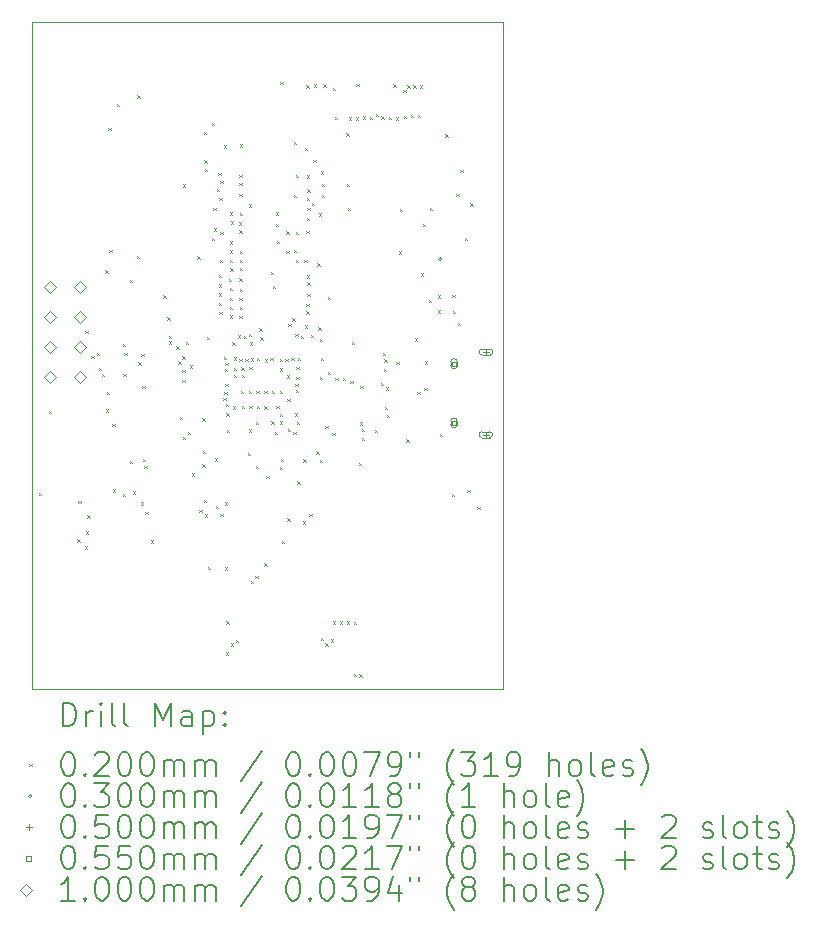
<source format=gbr>
%TF.GenerationSoftware,KiCad,Pcbnew,9.0.1*%
%TF.CreationDate,2025-06-03T13:31:58-07:00*%
%TF.ProjectId,mp153-devboard,6d703135-332d-4646-9576-626f6172642e,rev?*%
%TF.SameCoordinates,PXb487a00PY650eff0*%
%TF.FileFunction,Drillmap*%
%TF.FilePolarity,Positive*%
%FSLAX45Y45*%
G04 Gerber Fmt 4.5, Leading zero omitted, Abs format (unit mm)*
G04 Created by KiCad (PCBNEW 9.0.1) date 2025-06-03 13:31:58*
%MOMM*%
%LPD*%
G01*
G04 APERTURE LIST*
%ADD10C,0.050000*%
%ADD11C,0.200000*%
%ADD12C,0.100000*%
G04 APERTURE END LIST*
D10*
X0Y5644920D02*
X3990340Y5644920D01*
X3990340Y0D01*
X0Y0D01*
X0Y5644920D01*
D11*
D12*
X58080Y1660760D02*
X78080Y1640760D01*
X78080Y1660760D02*
X58080Y1640760D01*
X141080Y2356760D02*
X161080Y2336760D01*
X161080Y2356760D02*
X141080Y2336760D01*
X384080Y1268760D02*
X404080Y1248760D01*
X404080Y1268760D02*
X384080Y1248760D01*
X390080Y1595760D02*
X410080Y1575760D01*
X410080Y1595760D02*
X390080Y1575760D01*
X447080Y1209760D02*
X467080Y1189760D01*
X467080Y1209760D02*
X447080Y1189760D01*
X452080Y3033760D02*
X472080Y3013760D01*
X472080Y3033760D02*
X452080Y3013760D01*
X455080Y1337760D02*
X475080Y1317760D01*
X475080Y1337760D02*
X455080Y1317760D01*
X467080Y1471760D02*
X487080Y1451760D01*
X487080Y1471760D02*
X467080Y1451760D01*
X502383Y2823335D02*
X522383Y2803335D01*
X522383Y2823335D02*
X502383Y2803335D01*
X547478Y2847158D02*
X567478Y2827158D01*
X567478Y2847158D02*
X547478Y2827158D01*
X564080Y2722760D02*
X584080Y2702760D01*
X584080Y2722760D02*
X564080Y2702760D01*
X589080Y2667760D02*
X609080Y2647760D01*
X609080Y2667760D02*
X589080Y2647760D01*
X620080Y3546760D02*
X640080Y3526760D01*
X640080Y3546760D02*
X620080Y3526760D01*
X625080Y2369760D02*
X645080Y2349760D01*
X645080Y2369760D02*
X625080Y2349760D01*
X635080Y2516760D02*
X655080Y2496760D01*
X655080Y2516760D02*
X635080Y2496760D01*
X646080Y4751760D02*
X666080Y4731760D01*
X666080Y4751760D02*
X646080Y4731760D01*
X654080Y3719760D02*
X674080Y3699760D01*
X674080Y3719760D02*
X654080Y3699760D01*
X678080Y2244760D02*
X698080Y2224760D01*
X698080Y2244760D02*
X678080Y2224760D01*
X684080Y1691760D02*
X704080Y1671760D01*
X704080Y1691760D02*
X684080Y1671760D01*
X716080Y4958760D02*
X736080Y4938760D01*
X736080Y4958760D02*
X716080Y4938760D01*
X766080Y1655760D02*
X786080Y1635760D01*
X786080Y1655760D02*
X766080Y1635760D01*
X769080Y2925760D02*
X789080Y2905760D01*
X789080Y2925760D02*
X769080Y2905760D01*
X773628Y2671531D02*
X793628Y2651531D01*
X793628Y2671531D02*
X773628Y2651531D01*
X781580Y2847760D02*
X801580Y2827760D01*
X801580Y2847760D02*
X781580Y2827760D01*
X825080Y3463760D02*
X845080Y3443760D01*
X845080Y3463760D02*
X825080Y3443760D01*
X830080Y1934710D02*
X850080Y1914710D01*
X850080Y1934710D02*
X830080Y1914710D01*
X850730Y1676760D02*
X870730Y1656760D01*
X870730Y1676760D02*
X850730Y1656760D01*
X888765Y3671760D02*
X908765Y3651760D01*
X908765Y3671760D02*
X888765Y3651760D01*
X890080Y5027760D02*
X910080Y5007760D01*
X910080Y5027760D02*
X890080Y5007760D01*
X899580Y2766760D02*
X919580Y2746760D01*
X919580Y2766760D02*
X899580Y2746760D01*
X919580Y1583260D02*
X939580Y1563260D01*
X939580Y1583260D02*
X919580Y1563260D01*
X923530Y2840760D02*
X943530Y2820760D01*
X943530Y2840760D02*
X923530Y2820760D01*
X932580Y2570760D02*
X952580Y2550760D01*
X952580Y2570760D02*
X932580Y2550760D01*
X940030Y1948760D02*
X960030Y1928760D01*
X960030Y1948760D02*
X940030Y1928760D01*
X948862Y1892710D02*
X968862Y1872710D01*
X968862Y1892710D02*
X948862Y1872710D01*
X959080Y1499760D02*
X979080Y1479760D01*
X979080Y1499760D02*
X959080Y1479760D01*
X1002765Y1261760D02*
X1022765Y1241760D01*
X1022765Y1261760D02*
X1002765Y1241760D01*
X1112580Y3334760D02*
X1132580Y3314760D01*
X1132580Y3334760D02*
X1112580Y3314760D01*
X1145630Y3147344D02*
X1165630Y3127344D01*
X1165630Y3147344D02*
X1145630Y3127344D01*
X1157343Y2945211D02*
X1177343Y2925211D01*
X1177343Y2945211D02*
X1157343Y2925211D01*
X1158080Y2990760D02*
X1178080Y2970760D01*
X1178080Y2990760D02*
X1158080Y2970760D01*
X1220080Y2901760D02*
X1240080Y2881760D01*
X1240080Y2901760D02*
X1220080Y2881760D01*
X1239080Y2775760D02*
X1259080Y2755760D01*
X1259080Y2775760D02*
X1239080Y2755760D01*
X1250080Y2304760D02*
X1270080Y2284760D01*
X1270080Y2304760D02*
X1250080Y2284760D01*
X1271045Y2703220D02*
X1291045Y2683220D01*
X1291045Y2703220D02*
X1271045Y2683220D01*
X1271080Y2619760D02*
X1291080Y2599760D01*
X1291080Y2619760D02*
X1271080Y2599760D01*
X1273080Y2818760D02*
X1293080Y2798760D01*
X1293080Y2818760D02*
X1273080Y2798760D01*
X1275080Y2134760D02*
X1295080Y2114760D01*
X1295080Y2134760D02*
X1275080Y2114760D01*
X1276080Y4275760D02*
X1296080Y4255760D01*
X1296080Y4275760D02*
X1276080Y4255760D01*
X1302330Y2940531D02*
X1322330Y2920531D01*
X1322330Y2940531D02*
X1302330Y2920531D01*
X1319080Y2178760D02*
X1339080Y2158760D01*
X1339080Y2178760D02*
X1319080Y2158760D01*
X1335080Y2742082D02*
X1355080Y2722082D01*
X1355080Y2742082D02*
X1335080Y2722082D01*
X1353080Y1826760D02*
X1373080Y1806760D01*
X1373080Y1826760D02*
X1353080Y1806760D01*
X1398980Y3664282D02*
X1418980Y3644282D01*
X1418980Y3664282D02*
X1398980Y3644282D01*
X1417080Y1517760D02*
X1437080Y1497760D01*
X1437080Y1517760D02*
X1417080Y1497760D01*
X1439880Y2292681D02*
X1459880Y2272681D01*
X1459880Y2292681D02*
X1439880Y2272681D01*
X1441000Y1905000D02*
X1461000Y1885000D01*
X1461000Y1905000D02*
X1441000Y1885000D01*
X1445080Y2018760D02*
X1465080Y1998760D01*
X1465080Y2018760D02*
X1445080Y1998760D01*
X1453080Y4719760D02*
X1473080Y4699760D01*
X1473080Y4719760D02*
X1453080Y4699760D01*
X1456630Y1602429D02*
X1476630Y1582429D01*
X1476630Y1602429D02*
X1456630Y1582429D01*
X1457080Y4478082D02*
X1477080Y4458082D01*
X1477080Y4478082D02*
X1457080Y4458082D01*
X1463080Y1479760D02*
X1483080Y1459760D01*
X1483080Y1479760D02*
X1463080Y1459760D01*
X1465080Y4406082D02*
X1485080Y4386082D01*
X1485080Y4406082D02*
X1465080Y4386082D01*
X1476694Y2981590D02*
X1496694Y2961590D01*
X1496694Y2981590D02*
X1476694Y2961590D01*
X1489080Y1035760D02*
X1509080Y1015760D01*
X1509080Y1035760D02*
X1489080Y1015760D01*
X1519478Y3823152D02*
X1539478Y3803152D01*
X1539478Y3823152D02*
X1519478Y3803152D01*
X1522080Y4794760D02*
X1542080Y4774760D01*
X1542080Y4794760D02*
X1522080Y4774760D01*
X1535480Y4074612D02*
X1555480Y4054612D01*
X1555480Y4074612D02*
X1535480Y4054612D01*
X1539080Y3902082D02*
X1559080Y3882082D01*
X1559080Y3902082D02*
X1539080Y3882082D01*
X1546080Y1954760D02*
X1566080Y1934760D01*
X1566080Y1954760D02*
X1546080Y1934760D01*
X1554080Y1553760D02*
X1574080Y1533760D01*
X1574080Y1553760D02*
X1554080Y1533760D01*
X1566356Y4236096D02*
X1586356Y4216096D01*
X1586356Y4236096D02*
X1566356Y4216096D01*
X1575491Y4370775D02*
X1595491Y4350775D01*
X1595491Y4370775D02*
X1575491Y4350775D01*
X1579310Y3272674D02*
X1599310Y3252674D01*
X1599310Y3272674D02*
X1579310Y3252674D01*
X1580072Y3510672D02*
X1600072Y3490672D01*
X1600072Y3510672D02*
X1580072Y3490672D01*
X1580580Y3428630D02*
X1600580Y3408630D01*
X1600580Y3428630D02*
X1580580Y3408630D01*
X1581850Y3352430D02*
X1601850Y3332430D01*
X1601850Y3352430D02*
X1581850Y3332430D01*
X1583882Y4159532D02*
X1603882Y4139532D01*
X1603882Y4159532D02*
X1583882Y4139532D01*
X1584136Y3192488D02*
X1604136Y3172488D01*
X1604136Y3192488D02*
X1584136Y3172488D01*
X1590232Y3637926D02*
X1610232Y3617926D01*
X1610232Y3637926D02*
X1590232Y3617926D01*
X1593138Y4304090D02*
X1613138Y4284090D01*
X1613138Y4304090D02*
X1593138Y4284090D01*
X1594662Y3874968D02*
X1614662Y3854968D01*
X1614662Y3874968D02*
X1594662Y3854968D01*
X1595080Y1484760D02*
X1615080Y1464760D01*
X1615080Y1484760D02*
X1595080Y1464760D01*
X1619422Y2467541D02*
X1639422Y2447541D01*
X1639422Y2467541D02*
X1619422Y2447541D01*
X1623780Y2813282D02*
X1643780Y2793282D01*
X1643780Y2813282D02*
X1623780Y2793282D01*
X1625080Y4605082D02*
X1645080Y4585082D01*
X1645080Y4605082D02*
X1625080Y4585082D01*
X1628080Y2517082D02*
X1648080Y2497082D01*
X1648080Y2517082D02*
X1628080Y2497082D01*
X1632080Y2711482D02*
X1652080Y2691482D01*
X1652080Y2711482D02*
X1632080Y2691482D01*
X1632080Y1030760D02*
X1652080Y1010760D01*
X1652080Y1030760D02*
X1632080Y1010760D01*
X1633080Y1581760D02*
X1653080Y1561760D01*
X1653080Y1581760D02*
X1633080Y1561760D01*
X1634787Y2761885D02*
X1654787Y2741885D01*
X1654787Y2761885D02*
X1634787Y2741885D01*
X1635556Y2586680D02*
X1655556Y2566680D01*
X1655556Y2586680D02*
X1635556Y2566680D01*
X1640083Y311000D02*
X1660083Y291000D01*
X1660083Y311000D02*
X1640083Y291000D01*
X1642080Y2418760D02*
X1662080Y2398760D01*
X1662080Y2418760D02*
X1642080Y2398760D01*
X1644580Y2335760D02*
X1664580Y2315760D01*
X1664580Y2335760D02*
X1644580Y2315760D01*
X1645170Y576000D02*
X1665170Y556000D01*
X1665170Y576000D02*
X1645170Y556000D01*
X1651080Y2195760D02*
X1671080Y2175760D01*
X1671080Y2195760D02*
X1651080Y2175760D01*
X1663680Y3472682D02*
X1683680Y3452682D01*
X1683680Y3472682D02*
X1663680Y3452682D01*
X1671766Y3633354D02*
X1691766Y3613354D01*
X1691766Y3633354D02*
X1671766Y3613354D01*
X1672274Y4038484D02*
X1692274Y4018484D01*
X1692274Y4038484D02*
X1672274Y4018484D01*
X1673544Y3235082D02*
X1693544Y3215082D01*
X1693544Y3235082D02*
X1673544Y3215082D01*
X1674052Y3314838D02*
X1694052Y3294838D01*
X1694052Y3314838D02*
X1674052Y3294838D01*
X1674480Y3165482D02*
X1694480Y3145482D01*
X1694480Y3165482D02*
X1674480Y3145482D01*
X1675322Y3716666D02*
X1695322Y3696666D01*
X1695322Y3716666D02*
X1675322Y3696666D01*
X1675830Y3398912D02*
X1695830Y3378912D01*
X1695830Y3398912D02*
X1675830Y3378912D01*
X1675942Y3792926D02*
X1695942Y3772926D01*
X1695942Y3792926D02*
X1675942Y3772926D01*
X1677243Y3561851D02*
X1697243Y3541851D01*
X1697243Y3561851D02*
X1677243Y3541851D01*
X1681343Y387108D02*
X1701343Y367108D01*
X1701343Y387108D02*
X1681343Y367108D01*
X1683152Y3960716D02*
X1703152Y3940716D01*
X1703152Y3960716D02*
X1683152Y3940716D01*
X1694980Y2936482D02*
X1714980Y2916482D01*
X1714980Y2936482D02*
X1694980Y2916482D01*
X1700162Y2396260D02*
X1720162Y2376260D01*
X1720162Y2396260D02*
X1700162Y2376260D01*
X1708080Y2720082D02*
X1728080Y2700082D01*
X1728080Y2720082D02*
X1708080Y2700082D01*
X1708654Y2808452D02*
X1728654Y2788453D01*
X1728654Y2808452D02*
X1708654Y2788453D01*
X1709580Y2660082D02*
X1729580Y2640082D01*
X1729580Y2660082D02*
X1709580Y2640082D01*
X1725170Y417760D02*
X1745170Y397760D01*
X1745170Y417760D02*
X1725170Y397760D01*
X1741480Y2996482D02*
X1761480Y2976482D01*
X1761480Y2996482D02*
X1741480Y2976482D01*
X1748580Y3954260D02*
X1768580Y3934260D01*
X1768580Y3954260D02*
X1748580Y3934260D01*
X1753300Y4354460D02*
X1773300Y4334460D01*
X1773300Y4354460D02*
X1753300Y4334460D01*
X1753480Y3162382D02*
X1773480Y3142382D01*
X1773480Y3162382D02*
X1753480Y3142382D01*
X1753808Y3315600D02*
X1773808Y3295600D01*
X1773808Y3315600D02*
X1753808Y3295600D01*
X1754306Y3885071D02*
X1774306Y3865071D01*
X1774306Y3885071D02*
X1754306Y3865071D01*
X1755717Y4286596D02*
X1775717Y4266596D01*
X1775717Y4286596D02*
X1755717Y4266596D01*
X1755840Y4194440D02*
X1775840Y4174440D01*
X1775840Y4194440D02*
X1755840Y4174440D01*
X1755862Y2795508D02*
X1775862Y2775508D01*
X1775862Y2795508D02*
X1755862Y2775508D01*
X1755863Y3479382D02*
X1775863Y3459382D01*
X1775863Y3479382D02*
X1755863Y3459382D01*
X1756080Y3713682D02*
X1776080Y3693682D01*
X1776080Y3713682D02*
X1756080Y3693682D01*
X1756094Y4033404D02*
X1776094Y4013404D01*
X1776094Y4033404D02*
X1756094Y4013404D01*
X1756094Y3635132D02*
X1776094Y3615132D01*
X1776094Y3635132D02*
X1756094Y3615132D01*
X1757364Y3392370D02*
X1777364Y3372370D01*
X1777364Y3392370D02*
X1757364Y3372370D01*
X1759318Y3236606D02*
X1779318Y3216606D01*
X1779318Y3236606D02*
X1759318Y3216606D01*
X1761080Y4613532D02*
X1781080Y4593532D01*
X1781080Y4613532D02*
X1761080Y4593532D01*
X1761380Y3567582D02*
X1781380Y3547582D01*
X1781380Y3567582D02*
X1761380Y3547582D01*
X1768906Y2526736D02*
X1788906Y2506736D01*
X1788906Y2526736D02*
X1768906Y2506736D01*
X1770826Y2724796D02*
X1790826Y2704796D01*
X1790826Y2724796D02*
X1770826Y2704796D01*
X1774080Y2659082D02*
X1794080Y2639082D01*
X1794080Y2659082D02*
X1774080Y2639082D01*
X1776080Y2397082D02*
X1796080Y2377082D01*
X1796080Y2397082D02*
X1776080Y2377082D01*
X1792280Y2989282D02*
X1812280Y2969282D01*
X1812280Y2989282D02*
X1792280Y2969282D01*
X1804704Y2798756D02*
X1824704Y2778756D01*
X1824704Y2798756D02*
X1804704Y2778756D01*
X1825080Y1998760D02*
X1845080Y1978760D01*
X1845080Y1998760D02*
X1825080Y1978760D01*
X1834759Y2527944D02*
X1854759Y2507944D01*
X1854759Y2527944D02*
X1834759Y2507944D01*
X1834880Y2198882D02*
X1854880Y2178882D01*
X1854880Y2198882D02*
X1834880Y2178882D01*
X1835359Y4104016D02*
X1855359Y4084016D01*
X1855359Y4104016D02*
X1835359Y4084016D01*
X1837530Y3010582D02*
X1857530Y2990582D01*
X1857530Y3010582D02*
X1837530Y2990582D01*
X1839080Y2730282D02*
X1859080Y2710282D01*
X1859080Y2730282D02*
X1839080Y2710282D01*
X1839080Y2399082D02*
X1859080Y2379082D01*
X1859080Y2399082D02*
X1839080Y2379082D01*
X1841438Y2936886D02*
X1861438Y2916886D01*
X1861438Y2936886D02*
X1841438Y2916886D01*
X1853641Y2799906D02*
X1873641Y2779906D01*
X1873641Y2799906D02*
X1853641Y2779906D01*
X1854080Y916760D02*
X1874080Y896760D01*
X1874080Y916760D02*
X1854080Y896760D01*
X1891080Y960760D02*
X1911080Y940760D01*
X1911080Y960760D02*
X1891080Y940760D01*
X1894080Y1888760D02*
X1914080Y1868760D01*
X1914080Y1888760D02*
X1894080Y1868760D01*
X1896880Y2265482D02*
X1916880Y2245482D01*
X1916880Y2265482D02*
X1896880Y2245482D01*
X1899680Y2528381D02*
X1919680Y2508381D01*
X1919680Y2528381D02*
X1899680Y2508381D01*
X1902252Y2805660D02*
X1922252Y2785660D01*
X1922252Y2805660D02*
X1902252Y2785660D01*
X1905080Y2397082D02*
X1925080Y2377082D01*
X1925080Y2397082D02*
X1905080Y2377082D01*
X1922630Y3055532D02*
X1942630Y3035532D01*
X1942630Y3055532D02*
X1922630Y3035532D01*
X1933630Y2978882D02*
X1953630Y2958882D01*
X1953630Y2978882D02*
X1933630Y2958882D01*
X1965080Y1064760D02*
X1985080Y1044760D01*
X1985080Y1064760D02*
X1965080Y1044760D01*
X1966514Y2528133D02*
X1986514Y2508133D01*
X1986514Y2528133D02*
X1966514Y2508133D01*
X1967080Y2394082D02*
X1987080Y2374082D01*
X1987080Y2394082D02*
X1967080Y2374082D01*
X1970380Y2791682D02*
X1990380Y2771682D01*
X1990380Y2791682D02*
X1970380Y2771682D01*
X1983789Y1806199D02*
X2003789Y1786199D01*
X2003789Y1806199D02*
X1983789Y1786199D01*
X2016713Y2807473D02*
X2036713Y2787473D01*
X2036713Y2807473D02*
X2016713Y2787473D01*
X2021580Y3532282D02*
X2041580Y3512282D01*
X2041580Y3532282D02*
X2021580Y3512282D01*
X2024080Y2266760D02*
X2044080Y2246760D01*
X2044080Y2266760D02*
X2024080Y2246760D01*
X2029135Y2527970D02*
X2049135Y2507970D01*
X2049135Y2527970D02*
X2029135Y2507970D01*
X2038380Y3417582D02*
X2058380Y3397582D01*
X2058380Y3417582D02*
X2038380Y3397582D01*
X2056080Y2180760D02*
X2076080Y2160760D01*
X2076080Y2180760D02*
X2056080Y2160760D01*
X2061547Y3938543D02*
X2081547Y3918543D01*
X2081547Y3938543D02*
X2061547Y3918543D01*
X2064564Y4038796D02*
X2084564Y4018796D01*
X2084564Y4038796D02*
X2064564Y4018796D01*
X2067102Y2398466D02*
X2087102Y2378466D01*
X2087102Y2398466D02*
X2067102Y2378466D01*
X2072752Y3794424D02*
X2092752Y3774424D01*
X2092752Y3794424D02*
X2072752Y3774424D01*
X2096080Y2269082D02*
X2116080Y2249082D01*
X2116080Y2269082D02*
X2096080Y2249082D01*
X2096080Y1881760D02*
X2116080Y1861760D01*
X2116080Y1881760D02*
X2096080Y1861760D01*
X2096519Y2796122D02*
X2116519Y2776122D01*
X2116519Y2796122D02*
X2096519Y2776122D01*
X2096538Y2528350D02*
X2116538Y2508350D01*
X2116538Y2528350D02*
X2096538Y2508350D01*
X2096780Y2715382D02*
X2116780Y2695382D01*
X2116780Y2715382D02*
X2096780Y2695382D01*
X2100080Y2329082D02*
X2120080Y2309082D01*
X2120080Y2329082D02*
X2100080Y2309082D01*
X2103080Y5141760D02*
X2123080Y5121760D01*
X2123080Y5141760D02*
X2103080Y5121760D01*
X2105930Y1951532D02*
X2125930Y1931532D01*
X2125930Y1951532D02*
X2105930Y1931532D01*
X2112080Y1257760D02*
X2132080Y1237760D01*
X2132080Y1257760D02*
X2112080Y1237760D01*
X2145380Y2799082D02*
X2165380Y2779082D01*
X2165380Y2799082D02*
X2145380Y2779082D01*
X2151176Y3711392D02*
X2171176Y3691392D01*
X2171176Y3711392D02*
X2151176Y3691392D01*
X2151826Y3877194D02*
X2171826Y3857194D01*
X2171826Y3877194D02*
X2151826Y3857194D01*
X2155780Y2656282D02*
X2175780Y2636282D01*
X2175780Y2656282D02*
X2155780Y2636282D01*
X2161080Y1447760D02*
X2181080Y1427760D01*
X2181080Y1447760D02*
X2161080Y1427760D01*
X2161677Y2460759D02*
X2181677Y2440759D01*
X2181677Y2460759D02*
X2161677Y2440759D01*
X2166080Y2203760D02*
X2186080Y2183760D01*
X2186080Y2203760D02*
X2166080Y2183760D01*
X2169212Y3091605D02*
X2189212Y3071605D01*
X2189212Y3091605D02*
X2169212Y3071605D01*
X2195176Y2803955D02*
X2215176Y2783955D01*
X2215176Y2803955D02*
X2195176Y2783955D01*
X2204381Y3140229D02*
X2224381Y3120229D01*
X2224381Y3140229D02*
X2204381Y3120229D01*
X2213080Y2178760D02*
X2233080Y2158760D01*
X2233080Y2178760D02*
X2213080Y2158760D01*
X2213306Y4187451D02*
X2233306Y4167451D01*
X2233306Y4187451D02*
X2213306Y4167451D01*
X2213914Y4632650D02*
X2233914Y4612650D01*
X2233914Y4632650D02*
X2213914Y4612650D01*
X2214780Y3718082D02*
X2234780Y3698082D01*
X2234780Y3718082D02*
X2214780Y3698082D01*
X2223580Y2335082D02*
X2243580Y2315082D01*
X2243580Y2335082D02*
X2223580Y2315082D01*
X2228545Y3008702D02*
X2248545Y2988702D01*
X2248545Y3008702D02*
X2228545Y2988702D01*
X2229515Y2583147D02*
X2249515Y2563147D01*
X2249515Y2583147D02*
X2229515Y2563147D01*
X2232459Y2532021D02*
X2252459Y2512021D01*
X2252459Y2532021D02*
X2232459Y2512021D01*
X2233280Y3873582D02*
X2253280Y3853582D01*
X2253280Y3873582D02*
X2233280Y3853582D01*
X2233614Y3633862D02*
X2253614Y3613862D01*
X2253614Y3633862D02*
X2233614Y3613862D01*
X2235138Y4355222D02*
X2255138Y4335222D01*
X2255138Y4355222D02*
X2235138Y4335222D01*
X2236000Y2728000D02*
X2256000Y2708000D01*
X2256000Y2728000D02*
X2236000Y2708000D01*
X2238080Y2645760D02*
X2258080Y2625760D01*
X2258080Y2645760D02*
X2238080Y2625760D01*
X2240370Y2265146D02*
X2260370Y2245146D01*
X2260370Y2265146D02*
X2240370Y2245146D01*
X2244698Y1760976D02*
X2264698Y1740976D01*
X2264698Y1760976D02*
X2244698Y1740976D01*
X2247780Y2807082D02*
X2267780Y2787082D01*
X2267780Y2807082D02*
X2247780Y2787082D01*
X2274280Y2990482D02*
X2294280Y2970482D01*
X2294280Y2990482D02*
X2274280Y2970482D01*
X2290080Y1420760D02*
X2310080Y1400760D01*
X2310080Y1420760D02*
X2290080Y1400760D01*
X2296080Y1944760D02*
X2316080Y1924760D01*
X2316080Y1944760D02*
X2296080Y1924760D01*
X2305354Y3634938D02*
X2325354Y3614938D01*
X2325354Y3634938D02*
X2305354Y3614938D01*
X2307080Y4585082D02*
X2327080Y4565082D01*
X2327080Y4585082D02*
X2307080Y4565082D01*
X2308580Y3080260D02*
X2328580Y3060260D01*
X2328580Y3080260D02*
X2308580Y3060260D01*
X2321080Y5111760D02*
X2341080Y5091760D01*
X2341080Y5111760D02*
X2321080Y5091760D01*
X2321580Y3883182D02*
X2341580Y3863182D01*
X2341580Y3883182D02*
X2321580Y3863182D01*
X2322514Y3260228D02*
X2342514Y3240228D01*
X2342514Y3260228D02*
X2322514Y3240228D01*
X2322514Y3200538D02*
X2342514Y3180538D01*
X2342514Y3200538D02*
X2322514Y3180538D01*
X2326070Y4350904D02*
X2346070Y4330904D01*
X2346070Y4350904D02*
X2326070Y4330904D01*
X2327580Y4160260D02*
X2347580Y4140260D01*
X2347580Y4160260D02*
X2327580Y4140260D01*
X2328080Y3503082D02*
X2348080Y3483082D01*
X2348080Y3503082D02*
X2328080Y3483082D01*
X2328580Y3992260D02*
X2348580Y3972260D01*
X2348580Y3992260D02*
X2328580Y3972260D01*
X2329880Y4232540D02*
X2349880Y4212540D01*
X2349880Y4232540D02*
X2329880Y4212540D01*
X2330060Y3349466D02*
X2350060Y3329466D01*
X2350060Y3349466D02*
X2330060Y3329466D01*
X2330080Y3446082D02*
X2350080Y3426082D01*
X2350080Y3446082D02*
X2330080Y3426082D01*
X2331580Y4074260D02*
X2351580Y4054260D01*
X2351580Y4074260D02*
X2331580Y4054260D01*
X2346630Y1485344D02*
X2366630Y1465344D01*
X2366630Y1485344D02*
X2346630Y1465344D01*
X2360380Y2998682D02*
X2380380Y2978682D01*
X2380380Y2998682D02*
X2360380Y2978682D01*
X2367580Y4120260D02*
X2387580Y4100260D01*
X2387580Y4120260D02*
X2367580Y4100260D01*
X2380298Y4482522D02*
X2400298Y4462522D01*
X2400298Y4482522D02*
X2380298Y4462522D01*
X2387080Y5120760D02*
X2407080Y5100760D01*
X2407080Y5120760D02*
X2387080Y5100760D01*
X2407080Y2013082D02*
X2427080Y1993082D01*
X2427080Y2013082D02*
X2407080Y1993082D01*
X2416080Y3606082D02*
X2436080Y3586082D01*
X2436080Y3606082D02*
X2416080Y3586082D01*
X2423780Y3063482D02*
X2443780Y3043482D01*
X2443780Y3063482D02*
X2423780Y3043482D01*
X2429866Y4027548D02*
X2449866Y4007548D01*
X2449866Y4027548D02*
X2429866Y4007548D01*
X2436080Y2643225D02*
X2456080Y2623225D01*
X2456080Y2643225D02*
X2436080Y2623225D01*
X2436080Y1943760D02*
X2456080Y1923760D01*
X2456080Y1943760D02*
X2436080Y1923760D01*
X2438030Y2969014D02*
X2458030Y2949014D01*
X2458030Y2969014D02*
X2438030Y2949014D01*
X2442880Y2807082D02*
X2462880Y2787082D01*
X2462880Y2807082D02*
X2442880Y2787082D01*
X2445080Y435075D02*
X2465080Y415075D01*
X2465080Y435075D02*
X2445080Y415075D01*
X2446580Y4384582D02*
X2466580Y4364582D01*
X2466580Y4384582D02*
X2446580Y4364582D01*
X2451318Y4278320D02*
X2471318Y4258320D01*
X2471318Y4278320D02*
X2451318Y4258320D01*
X2455548Y4183614D02*
X2475548Y4163614D01*
X2475548Y4183614D02*
X2455548Y4163614D01*
X2465080Y5119760D02*
X2485080Y5099760D01*
X2485080Y5119760D02*
X2465080Y5099760D01*
X2481892Y2228260D02*
X2501892Y2208260D01*
X2501892Y2228260D02*
X2481892Y2208260D01*
X2484080Y389760D02*
X2504080Y369760D01*
X2504080Y389760D02*
X2484080Y369760D01*
X2502080Y3319760D02*
X2522080Y3299760D01*
X2522080Y3319760D02*
X2502080Y3299760D01*
X2505063Y2685294D02*
X2525063Y2665294D01*
X2525063Y2685294D02*
X2505063Y2665294D01*
X2528080Y422760D02*
X2548080Y402760D01*
X2548080Y422760D02*
X2528080Y402760D01*
X2543080Y2169760D02*
X2563080Y2149760D01*
X2563080Y2169760D02*
X2543080Y2149760D01*
X2544000Y5093000D02*
X2564000Y5073000D01*
X2564000Y5093000D02*
X2544000Y5073000D01*
X2545293Y574787D02*
X2565293Y554787D01*
X2565293Y574787D02*
X2545293Y554787D01*
X2565000Y4848000D02*
X2585000Y4828000D01*
X2585000Y4848000D02*
X2565000Y4828000D01*
X2566347Y2634225D02*
X2586347Y2614225D01*
X2586347Y2634225D02*
X2566347Y2614225D01*
X2604258Y574641D02*
X2624258Y554641D01*
X2624258Y574641D02*
X2604258Y554641D01*
X2628551Y2634225D02*
X2648551Y2614225D01*
X2648551Y2634225D02*
X2628551Y2614225D01*
X2661080Y4705760D02*
X2681080Y4685760D01*
X2681080Y4705760D02*
X2661080Y4685760D01*
X2663220Y575292D02*
X2683220Y555292D01*
X2683220Y575292D02*
X2663220Y555292D01*
X2664080Y4278082D02*
X2684080Y4258082D01*
X2684080Y4278082D02*
X2664080Y4258082D01*
X2674080Y4076760D02*
X2694080Y4056760D01*
X2694080Y4076760D02*
X2674080Y4056760D01*
X2683080Y4842760D02*
X2703080Y4822760D01*
X2703080Y4842760D02*
X2683080Y4822760D01*
X2694477Y2611863D02*
X2714477Y2591863D01*
X2714477Y2611863D02*
X2694477Y2591863D01*
X2705765Y2941760D02*
X2725765Y2921760D01*
X2725765Y2941760D02*
X2705765Y2921760D01*
X2722080Y571760D02*
X2742080Y551760D01*
X2742080Y571760D02*
X2722080Y551760D01*
X2725080Y128760D02*
X2745080Y108760D01*
X2745080Y128760D02*
X2725080Y108760D01*
X2739672Y4841268D02*
X2759672Y4821268D01*
X2759672Y4841268D02*
X2739672Y4821268D01*
X2744080Y5126760D02*
X2764080Y5106760D01*
X2764080Y5126760D02*
X2744080Y5106760D01*
X2767080Y1918760D02*
X2787080Y1898760D01*
X2787080Y1918760D02*
X2767080Y1898760D01*
X2769080Y125760D02*
X2789080Y105760D01*
X2789080Y125760D02*
X2769080Y105760D01*
X2777018Y2259784D02*
X2797018Y2239784D01*
X2797018Y2259784D02*
X2777018Y2239784D01*
X2780255Y2569466D02*
X2800255Y2549466D01*
X2800255Y2569466D02*
X2780255Y2549466D01*
X2790834Y2206760D02*
X2810834Y2186760D01*
X2810834Y2206760D02*
X2790834Y2186760D01*
X2794080Y2128760D02*
X2814080Y2108760D01*
X2814080Y2128760D02*
X2794080Y2108760D01*
X2798139Y4848917D02*
X2818139Y4828917D01*
X2818139Y4848917D02*
X2798139Y4828917D01*
X2857095Y4847884D02*
X2877095Y4827884D01*
X2877095Y4847884D02*
X2857095Y4827884D01*
X2899615Y2196409D02*
X2919615Y2176409D01*
X2919615Y2196409D02*
X2899615Y2176409D01*
X2910080Y4873760D02*
X2930080Y4853760D01*
X2930080Y4873760D02*
X2910080Y4853760D01*
X2951080Y2593760D02*
X2971080Y2573760D01*
X2971080Y2593760D02*
X2951080Y2573760D01*
X2957080Y4850760D02*
X2977080Y4830760D01*
X2977080Y4850760D02*
X2957080Y4830760D01*
X2971395Y2849760D02*
X2991395Y2829760D01*
X2991395Y2849760D02*
X2971395Y2829760D01*
X2980080Y2712760D02*
X3000080Y2692760D01*
X3000080Y2712760D02*
X2980080Y2692760D01*
X2982080Y2792760D02*
X3002080Y2772760D01*
X3002080Y2792760D02*
X2982080Y2772760D01*
X2988969Y2388756D02*
X3008969Y2368756D01*
X3008969Y2388756D02*
X2988969Y2368756D01*
X2995080Y2556760D02*
X3015080Y2536760D01*
X3015080Y2556760D02*
X2995080Y2536760D01*
X3002032Y2322932D02*
X3022032Y2302932D01*
X3022032Y2322932D02*
X3002032Y2302932D01*
X3018080Y4846760D02*
X3038080Y4826760D01*
X3038080Y4846760D02*
X3018080Y4826760D01*
X3058080Y5121760D02*
X3078080Y5101760D01*
X3078080Y5121760D02*
X3058080Y5101760D01*
X3079080Y4842760D02*
X3099080Y4822760D01*
X3099080Y4842760D02*
X3079080Y4822760D01*
X3084080Y2772760D02*
X3104080Y2752760D01*
X3104080Y2772760D02*
X3084080Y2752760D01*
X3104634Y3706860D02*
X3124634Y3686860D01*
X3124634Y3706860D02*
X3104634Y3686860D01*
X3114080Y4067760D02*
X3134080Y4047760D01*
X3134080Y4067760D02*
X3114080Y4047760D01*
X3143808Y5075164D02*
X3163808Y5055164D01*
X3163808Y5075164D02*
X3143808Y5055164D01*
X3146080Y4854760D02*
X3166080Y4834760D01*
X3166080Y4854760D02*
X3146080Y4834760D01*
X3168080Y2115575D02*
X3188080Y2095575D01*
X3188080Y2115575D02*
X3168080Y2095575D01*
X3178128Y5112889D02*
X3198128Y5092889D01*
X3198128Y5112889D02*
X3178128Y5092889D01*
X3207080Y4860760D02*
X3227080Y4840760D01*
X3227080Y4860760D02*
X3207080Y4840760D01*
X3227128Y5112889D02*
X3247128Y5092889D01*
X3247128Y5112889D02*
X3227128Y5092889D01*
X3239634Y2970760D02*
X3259634Y2950760D01*
X3259634Y2970760D02*
X3239634Y2950760D01*
X3263080Y2516760D02*
X3283080Y2496760D01*
X3283080Y2516760D02*
X3263080Y2496760D01*
X3266080Y4861760D02*
X3286080Y4841760D01*
X3286080Y4861760D02*
X3266080Y4841760D01*
X3285080Y5111760D02*
X3305080Y5091760D01*
X3305080Y5111760D02*
X3285080Y5091760D01*
X3293634Y3521760D02*
X3313634Y3501760D01*
X3313634Y3521760D02*
X3293634Y3501760D01*
X3308080Y3941760D02*
X3328080Y3921760D01*
X3328080Y3941760D02*
X3308080Y3921760D01*
X3320080Y2550760D02*
X3340080Y2530760D01*
X3340080Y2550760D02*
X3320080Y2530760D01*
X3324080Y2775760D02*
X3344080Y2755760D01*
X3344080Y2775760D02*
X3324080Y2755760D01*
X3358634Y3298760D02*
X3378634Y3278760D01*
X3378634Y3298760D02*
X3358634Y3278760D01*
X3368080Y4075760D02*
X3388080Y4055760D01*
X3388080Y4075760D02*
X3368080Y4055760D01*
X3432634Y3335860D02*
X3452634Y3315860D01*
X3452634Y3335860D02*
X3432634Y3315860D01*
X3433334Y3206360D02*
X3453334Y3186360D01*
X3453334Y3206360D02*
X3433334Y3186360D01*
X3451580Y2160260D02*
X3471580Y2140260D01*
X3471580Y2160260D02*
X3451580Y2140260D01*
X3499373Y4696829D02*
X3519373Y4676829D01*
X3519373Y4696829D02*
X3499373Y4676829D01*
X3551080Y1654760D02*
X3571080Y1634760D01*
X3571080Y1654760D02*
X3551080Y1634760D01*
X3556634Y3337960D02*
X3576634Y3317960D01*
X3576634Y3337960D02*
X3556634Y3317960D01*
X3564034Y3205460D02*
X3584034Y3185460D01*
X3584034Y3205460D02*
X3564034Y3185460D01*
X3592080Y4191860D02*
X3612080Y4171860D01*
X3612080Y4191860D02*
X3592080Y4171860D01*
X3606634Y3102760D02*
X3626634Y3082760D01*
X3626634Y3102760D02*
X3606634Y3082760D01*
X3627080Y4394760D02*
X3647080Y4374760D01*
X3647080Y4394760D02*
X3627080Y4374760D01*
X3664080Y3820760D02*
X3684080Y3800760D01*
X3684080Y3820760D02*
X3664080Y3800760D01*
X3685080Y1689760D02*
X3705080Y1669760D01*
X3705080Y1689760D02*
X3685080Y1669760D01*
X3710656Y4112709D02*
X3730656Y4092709D01*
X3730656Y4112709D02*
X3710656Y4092709D01*
X3769080Y1542760D02*
X3789080Y1522760D01*
X3789080Y1542760D02*
X3769080Y1522760D01*
X3470733Y3641560D02*
G75*
G02*
X3440733Y3641560I-15000J0D01*
G01*
X3440733Y3641560D02*
G75*
G02*
X3470733Y3641560I15000J0D01*
G01*
X3842080Y2879760D02*
X3842080Y2829760D01*
X3817080Y2854760D02*
X3867080Y2854760D01*
X3874580Y2879760D02*
X3809580Y2879760D01*
X3809580Y2829760D02*
G75*
G02*
X3809580Y2879760I0J25000D01*
G01*
X3809580Y2829760D02*
X3874580Y2829760D01*
X3874580Y2829760D02*
G75*
G03*
X3874580Y2879760I0J25000D01*
G01*
X3842080Y2179760D02*
X3842080Y2129760D01*
X3817080Y2154760D02*
X3867080Y2154760D01*
X3874580Y2179760D02*
X3809580Y2179760D01*
X3809580Y2129760D02*
G75*
G02*
X3809580Y2179760I0J25000D01*
G01*
X3809580Y2129760D02*
X3874580Y2129760D01*
X3874580Y2129760D02*
G75*
G03*
X3874580Y2179760I0J25000D01*
G01*
X3591526Y2735314D02*
X3591526Y2774206D01*
X3552634Y2774206D01*
X3552634Y2735314D01*
X3591526Y2735314D01*
X3544580Y2769760D02*
X3544580Y2739760D01*
X3599580Y2739760D02*
G75*
G02*
X3544580Y2739760I-27500J0D01*
G01*
X3599580Y2739760D02*
X3599580Y2769760D01*
X3599580Y2769760D02*
G75*
G03*
X3544580Y2769760I-27500J0D01*
G01*
X3591526Y2235314D02*
X3591526Y2274206D01*
X3552634Y2274206D01*
X3552634Y2235314D01*
X3591526Y2235314D01*
X3544580Y2269760D02*
X3544580Y2239760D01*
X3599580Y2239760D02*
G75*
G02*
X3544580Y2239760I-27500J0D01*
G01*
X3599580Y2239760D02*
X3599580Y2269760D01*
X3599580Y2269760D02*
G75*
G03*
X3544580Y2269760I-27500J0D01*
G01*
X149080Y3352760D02*
X199080Y3402760D01*
X149080Y3452760D01*
X99080Y3402760D01*
X149080Y3352760D01*
X149080Y3098760D02*
X199080Y3148760D01*
X149080Y3198760D01*
X99080Y3148760D01*
X149080Y3098760D01*
X149080Y2844760D02*
X199080Y2894760D01*
X149080Y2944760D01*
X99080Y2894760D01*
X149080Y2844760D01*
X149080Y2590760D02*
X199080Y2640760D01*
X149080Y2690760D01*
X99080Y2640760D01*
X149080Y2590760D01*
X403080Y3352760D02*
X453080Y3402760D01*
X403080Y3452760D01*
X353080Y3402760D01*
X403080Y3352760D01*
X403080Y3098760D02*
X453080Y3148760D01*
X403080Y3198760D01*
X353080Y3148760D01*
X403080Y3098760D01*
X403080Y2844760D02*
X453080Y2894760D01*
X403080Y2944760D01*
X353080Y2894760D01*
X403080Y2844760D01*
X403080Y2590760D02*
X453080Y2640760D01*
X403080Y2690760D01*
X353080Y2640760D01*
X403080Y2590760D01*
D11*
X258277Y-313984D02*
X258277Y-113984D01*
X258277Y-113984D02*
X305896Y-113984D01*
X305896Y-113984D02*
X334467Y-123508D01*
X334467Y-123508D02*
X353515Y-142555D01*
X353515Y-142555D02*
X363039Y-161603D01*
X363039Y-161603D02*
X372562Y-199698D01*
X372562Y-199698D02*
X372562Y-228269D01*
X372562Y-228269D02*
X363039Y-266365D01*
X363039Y-266365D02*
X353515Y-285412D01*
X353515Y-285412D02*
X334467Y-304460D01*
X334467Y-304460D02*
X305896Y-313984D01*
X305896Y-313984D02*
X258277Y-313984D01*
X458277Y-313984D02*
X458277Y-180650D01*
X458277Y-218746D02*
X467801Y-199698D01*
X467801Y-199698D02*
X477324Y-190174D01*
X477324Y-190174D02*
X496372Y-180650D01*
X496372Y-180650D02*
X515420Y-180650D01*
X582086Y-313984D02*
X582086Y-180650D01*
X582086Y-113984D02*
X572563Y-123508D01*
X572563Y-123508D02*
X582086Y-133031D01*
X582086Y-133031D02*
X591610Y-123508D01*
X591610Y-123508D02*
X582086Y-113984D01*
X582086Y-113984D02*
X582086Y-133031D01*
X705896Y-313984D02*
X686848Y-304460D01*
X686848Y-304460D02*
X677324Y-285412D01*
X677324Y-285412D02*
X677324Y-113984D01*
X810658Y-313984D02*
X791610Y-304460D01*
X791610Y-304460D02*
X782086Y-285412D01*
X782086Y-285412D02*
X782086Y-113984D01*
X1039229Y-313984D02*
X1039229Y-113984D01*
X1039229Y-113984D02*
X1105896Y-256841D01*
X1105896Y-256841D02*
X1172563Y-113984D01*
X1172563Y-113984D02*
X1172563Y-313984D01*
X1353515Y-313984D02*
X1353515Y-209222D01*
X1353515Y-209222D02*
X1343991Y-190174D01*
X1343991Y-190174D02*
X1324944Y-180650D01*
X1324944Y-180650D02*
X1286848Y-180650D01*
X1286848Y-180650D02*
X1267801Y-190174D01*
X1353515Y-304460D02*
X1334467Y-313984D01*
X1334467Y-313984D02*
X1286848Y-313984D01*
X1286848Y-313984D02*
X1267801Y-304460D01*
X1267801Y-304460D02*
X1258277Y-285412D01*
X1258277Y-285412D02*
X1258277Y-266365D01*
X1258277Y-266365D02*
X1267801Y-247317D01*
X1267801Y-247317D02*
X1286848Y-237793D01*
X1286848Y-237793D02*
X1334467Y-237793D01*
X1334467Y-237793D02*
X1353515Y-228269D01*
X1448753Y-180650D02*
X1448753Y-380650D01*
X1448753Y-190174D02*
X1467801Y-180650D01*
X1467801Y-180650D02*
X1505896Y-180650D01*
X1505896Y-180650D02*
X1524943Y-190174D01*
X1524943Y-190174D02*
X1534467Y-199698D01*
X1534467Y-199698D02*
X1543991Y-218746D01*
X1543991Y-218746D02*
X1543991Y-275889D01*
X1543991Y-275889D02*
X1534467Y-294936D01*
X1534467Y-294936D02*
X1524943Y-304460D01*
X1524943Y-304460D02*
X1505896Y-313984D01*
X1505896Y-313984D02*
X1467801Y-313984D01*
X1467801Y-313984D02*
X1448753Y-304460D01*
X1629705Y-294936D02*
X1639229Y-304460D01*
X1639229Y-304460D02*
X1629705Y-313984D01*
X1629705Y-313984D02*
X1620182Y-304460D01*
X1620182Y-304460D02*
X1629705Y-294936D01*
X1629705Y-294936D02*
X1629705Y-313984D01*
X1629705Y-190174D02*
X1639229Y-199698D01*
X1639229Y-199698D02*
X1629705Y-209222D01*
X1629705Y-209222D02*
X1620182Y-199698D01*
X1620182Y-199698D02*
X1629705Y-190174D01*
X1629705Y-190174D02*
X1629705Y-209222D01*
D12*
X-22500Y-632500D02*
X-2500Y-652500D01*
X-2500Y-632500D02*
X-22500Y-652500D01*
D11*
X296372Y-533984D02*
X315420Y-533984D01*
X315420Y-533984D02*
X334467Y-543508D01*
X334467Y-543508D02*
X343991Y-553031D01*
X343991Y-553031D02*
X353515Y-572079D01*
X353515Y-572079D02*
X363039Y-610174D01*
X363039Y-610174D02*
X363039Y-657793D01*
X363039Y-657793D02*
X353515Y-695889D01*
X353515Y-695889D02*
X343991Y-714936D01*
X343991Y-714936D02*
X334467Y-724460D01*
X334467Y-724460D02*
X315420Y-733984D01*
X315420Y-733984D02*
X296372Y-733984D01*
X296372Y-733984D02*
X277324Y-724460D01*
X277324Y-724460D02*
X267801Y-714936D01*
X267801Y-714936D02*
X258277Y-695889D01*
X258277Y-695889D02*
X248753Y-657793D01*
X248753Y-657793D02*
X248753Y-610174D01*
X248753Y-610174D02*
X258277Y-572079D01*
X258277Y-572079D02*
X267801Y-553031D01*
X267801Y-553031D02*
X277324Y-543508D01*
X277324Y-543508D02*
X296372Y-533984D01*
X448753Y-714936D02*
X458277Y-724460D01*
X458277Y-724460D02*
X448753Y-733984D01*
X448753Y-733984D02*
X439229Y-724460D01*
X439229Y-724460D02*
X448753Y-714936D01*
X448753Y-714936D02*
X448753Y-733984D01*
X534467Y-553031D02*
X543991Y-543508D01*
X543991Y-543508D02*
X563039Y-533984D01*
X563039Y-533984D02*
X610658Y-533984D01*
X610658Y-533984D02*
X629705Y-543508D01*
X629705Y-543508D02*
X639229Y-553031D01*
X639229Y-553031D02*
X648753Y-572079D01*
X648753Y-572079D02*
X648753Y-591127D01*
X648753Y-591127D02*
X639229Y-619698D01*
X639229Y-619698D02*
X524944Y-733984D01*
X524944Y-733984D02*
X648753Y-733984D01*
X772562Y-533984D02*
X791610Y-533984D01*
X791610Y-533984D02*
X810658Y-543508D01*
X810658Y-543508D02*
X820182Y-553031D01*
X820182Y-553031D02*
X829705Y-572079D01*
X829705Y-572079D02*
X839229Y-610174D01*
X839229Y-610174D02*
X839229Y-657793D01*
X839229Y-657793D02*
X829705Y-695889D01*
X829705Y-695889D02*
X820182Y-714936D01*
X820182Y-714936D02*
X810658Y-724460D01*
X810658Y-724460D02*
X791610Y-733984D01*
X791610Y-733984D02*
X772562Y-733984D01*
X772562Y-733984D02*
X753515Y-724460D01*
X753515Y-724460D02*
X743991Y-714936D01*
X743991Y-714936D02*
X734467Y-695889D01*
X734467Y-695889D02*
X724943Y-657793D01*
X724943Y-657793D02*
X724943Y-610174D01*
X724943Y-610174D02*
X734467Y-572079D01*
X734467Y-572079D02*
X743991Y-553031D01*
X743991Y-553031D02*
X753515Y-543508D01*
X753515Y-543508D02*
X772562Y-533984D01*
X963039Y-533984D02*
X982086Y-533984D01*
X982086Y-533984D02*
X1001134Y-543508D01*
X1001134Y-543508D02*
X1010658Y-553031D01*
X1010658Y-553031D02*
X1020182Y-572079D01*
X1020182Y-572079D02*
X1029705Y-610174D01*
X1029705Y-610174D02*
X1029705Y-657793D01*
X1029705Y-657793D02*
X1020182Y-695889D01*
X1020182Y-695889D02*
X1010658Y-714936D01*
X1010658Y-714936D02*
X1001134Y-724460D01*
X1001134Y-724460D02*
X982086Y-733984D01*
X982086Y-733984D02*
X963039Y-733984D01*
X963039Y-733984D02*
X943991Y-724460D01*
X943991Y-724460D02*
X934467Y-714936D01*
X934467Y-714936D02*
X924943Y-695889D01*
X924943Y-695889D02*
X915420Y-657793D01*
X915420Y-657793D02*
X915420Y-610174D01*
X915420Y-610174D02*
X924943Y-572079D01*
X924943Y-572079D02*
X934467Y-553031D01*
X934467Y-553031D02*
X943991Y-543508D01*
X943991Y-543508D02*
X963039Y-533984D01*
X1115420Y-733984D02*
X1115420Y-600650D01*
X1115420Y-619698D02*
X1124944Y-610174D01*
X1124944Y-610174D02*
X1143991Y-600650D01*
X1143991Y-600650D02*
X1172563Y-600650D01*
X1172563Y-600650D02*
X1191610Y-610174D01*
X1191610Y-610174D02*
X1201134Y-629222D01*
X1201134Y-629222D02*
X1201134Y-733984D01*
X1201134Y-629222D02*
X1210658Y-610174D01*
X1210658Y-610174D02*
X1229705Y-600650D01*
X1229705Y-600650D02*
X1258277Y-600650D01*
X1258277Y-600650D02*
X1277325Y-610174D01*
X1277325Y-610174D02*
X1286848Y-629222D01*
X1286848Y-629222D02*
X1286848Y-733984D01*
X1382086Y-733984D02*
X1382086Y-600650D01*
X1382086Y-619698D02*
X1391610Y-610174D01*
X1391610Y-610174D02*
X1410658Y-600650D01*
X1410658Y-600650D02*
X1439229Y-600650D01*
X1439229Y-600650D02*
X1458277Y-610174D01*
X1458277Y-610174D02*
X1467801Y-629222D01*
X1467801Y-629222D02*
X1467801Y-733984D01*
X1467801Y-629222D02*
X1477324Y-610174D01*
X1477324Y-610174D02*
X1496372Y-600650D01*
X1496372Y-600650D02*
X1524943Y-600650D01*
X1524943Y-600650D02*
X1543991Y-610174D01*
X1543991Y-610174D02*
X1553515Y-629222D01*
X1553515Y-629222D02*
X1553515Y-733984D01*
X1943991Y-524460D02*
X1772563Y-781603D01*
X2201134Y-533984D02*
X2220182Y-533984D01*
X2220182Y-533984D02*
X2239229Y-543508D01*
X2239229Y-543508D02*
X2248753Y-553031D01*
X2248753Y-553031D02*
X2258277Y-572079D01*
X2258277Y-572079D02*
X2267801Y-610174D01*
X2267801Y-610174D02*
X2267801Y-657793D01*
X2267801Y-657793D02*
X2258277Y-695889D01*
X2258277Y-695889D02*
X2248753Y-714936D01*
X2248753Y-714936D02*
X2239229Y-724460D01*
X2239229Y-724460D02*
X2220182Y-733984D01*
X2220182Y-733984D02*
X2201134Y-733984D01*
X2201134Y-733984D02*
X2182087Y-724460D01*
X2182087Y-724460D02*
X2172563Y-714936D01*
X2172563Y-714936D02*
X2163039Y-695889D01*
X2163039Y-695889D02*
X2153515Y-657793D01*
X2153515Y-657793D02*
X2153515Y-610174D01*
X2153515Y-610174D02*
X2163039Y-572079D01*
X2163039Y-572079D02*
X2172563Y-553031D01*
X2172563Y-553031D02*
X2182087Y-543508D01*
X2182087Y-543508D02*
X2201134Y-533984D01*
X2353515Y-714936D02*
X2363039Y-724460D01*
X2363039Y-724460D02*
X2353515Y-733984D01*
X2353515Y-733984D02*
X2343991Y-724460D01*
X2343991Y-724460D02*
X2353515Y-714936D01*
X2353515Y-714936D02*
X2353515Y-733984D01*
X2486848Y-533984D02*
X2505896Y-533984D01*
X2505896Y-533984D02*
X2524944Y-543508D01*
X2524944Y-543508D02*
X2534468Y-553031D01*
X2534468Y-553031D02*
X2543991Y-572079D01*
X2543991Y-572079D02*
X2553515Y-610174D01*
X2553515Y-610174D02*
X2553515Y-657793D01*
X2553515Y-657793D02*
X2543991Y-695889D01*
X2543991Y-695889D02*
X2534468Y-714936D01*
X2534468Y-714936D02*
X2524944Y-724460D01*
X2524944Y-724460D02*
X2505896Y-733984D01*
X2505896Y-733984D02*
X2486848Y-733984D01*
X2486848Y-733984D02*
X2467801Y-724460D01*
X2467801Y-724460D02*
X2458277Y-714936D01*
X2458277Y-714936D02*
X2448753Y-695889D01*
X2448753Y-695889D02*
X2439229Y-657793D01*
X2439229Y-657793D02*
X2439229Y-610174D01*
X2439229Y-610174D02*
X2448753Y-572079D01*
X2448753Y-572079D02*
X2458277Y-553031D01*
X2458277Y-553031D02*
X2467801Y-543508D01*
X2467801Y-543508D02*
X2486848Y-533984D01*
X2677325Y-533984D02*
X2696372Y-533984D01*
X2696372Y-533984D02*
X2715420Y-543508D01*
X2715420Y-543508D02*
X2724944Y-553031D01*
X2724944Y-553031D02*
X2734468Y-572079D01*
X2734468Y-572079D02*
X2743991Y-610174D01*
X2743991Y-610174D02*
X2743991Y-657793D01*
X2743991Y-657793D02*
X2734468Y-695889D01*
X2734468Y-695889D02*
X2724944Y-714936D01*
X2724944Y-714936D02*
X2715420Y-724460D01*
X2715420Y-724460D02*
X2696372Y-733984D01*
X2696372Y-733984D02*
X2677325Y-733984D01*
X2677325Y-733984D02*
X2658277Y-724460D01*
X2658277Y-724460D02*
X2648753Y-714936D01*
X2648753Y-714936D02*
X2639229Y-695889D01*
X2639229Y-695889D02*
X2629706Y-657793D01*
X2629706Y-657793D02*
X2629706Y-610174D01*
X2629706Y-610174D02*
X2639229Y-572079D01*
X2639229Y-572079D02*
X2648753Y-553031D01*
X2648753Y-553031D02*
X2658277Y-543508D01*
X2658277Y-543508D02*
X2677325Y-533984D01*
X2810658Y-533984D02*
X2943991Y-533984D01*
X2943991Y-533984D02*
X2858277Y-733984D01*
X3029706Y-733984D02*
X3067801Y-733984D01*
X3067801Y-733984D02*
X3086848Y-724460D01*
X3086848Y-724460D02*
X3096372Y-714936D01*
X3096372Y-714936D02*
X3115420Y-686365D01*
X3115420Y-686365D02*
X3124944Y-648270D01*
X3124944Y-648270D02*
X3124944Y-572079D01*
X3124944Y-572079D02*
X3115420Y-553031D01*
X3115420Y-553031D02*
X3105896Y-543508D01*
X3105896Y-543508D02*
X3086848Y-533984D01*
X3086848Y-533984D02*
X3048753Y-533984D01*
X3048753Y-533984D02*
X3029706Y-543508D01*
X3029706Y-543508D02*
X3020182Y-553031D01*
X3020182Y-553031D02*
X3010658Y-572079D01*
X3010658Y-572079D02*
X3010658Y-619698D01*
X3010658Y-619698D02*
X3020182Y-638746D01*
X3020182Y-638746D02*
X3029706Y-648270D01*
X3029706Y-648270D02*
X3048753Y-657793D01*
X3048753Y-657793D02*
X3086848Y-657793D01*
X3086848Y-657793D02*
X3105896Y-648270D01*
X3105896Y-648270D02*
X3115420Y-638746D01*
X3115420Y-638746D02*
X3124944Y-619698D01*
X3201134Y-533984D02*
X3201134Y-572079D01*
X3277325Y-533984D02*
X3277325Y-572079D01*
X3572563Y-810174D02*
X3563039Y-800650D01*
X3563039Y-800650D02*
X3543991Y-772079D01*
X3543991Y-772079D02*
X3534468Y-753031D01*
X3534468Y-753031D02*
X3524944Y-724460D01*
X3524944Y-724460D02*
X3515420Y-676841D01*
X3515420Y-676841D02*
X3515420Y-638746D01*
X3515420Y-638746D02*
X3524944Y-591127D01*
X3524944Y-591127D02*
X3534468Y-562555D01*
X3534468Y-562555D02*
X3543991Y-543508D01*
X3543991Y-543508D02*
X3563039Y-514936D01*
X3563039Y-514936D02*
X3572563Y-505412D01*
X3629706Y-533984D02*
X3753515Y-533984D01*
X3753515Y-533984D02*
X3686848Y-610174D01*
X3686848Y-610174D02*
X3715420Y-610174D01*
X3715420Y-610174D02*
X3734468Y-619698D01*
X3734468Y-619698D02*
X3743991Y-629222D01*
X3743991Y-629222D02*
X3753515Y-648270D01*
X3753515Y-648270D02*
X3753515Y-695889D01*
X3753515Y-695889D02*
X3743991Y-714936D01*
X3743991Y-714936D02*
X3734468Y-724460D01*
X3734468Y-724460D02*
X3715420Y-733984D01*
X3715420Y-733984D02*
X3658277Y-733984D01*
X3658277Y-733984D02*
X3639229Y-724460D01*
X3639229Y-724460D02*
X3629706Y-714936D01*
X3943991Y-733984D02*
X3829706Y-733984D01*
X3886848Y-733984D02*
X3886848Y-533984D01*
X3886848Y-533984D02*
X3867801Y-562555D01*
X3867801Y-562555D02*
X3848753Y-581603D01*
X3848753Y-581603D02*
X3829706Y-591127D01*
X4039229Y-733984D02*
X4077325Y-733984D01*
X4077325Y-733984D02*
X4096372Y-724460D01*
X4096372Y-724460D02*
X4105896Y-714936D01*
X4105896Y-714936D02*
X4124944Y-686365D01*
X4124944Y-686365D02*
X4134468Y-648270D01*
X4134468Y-648270D02*
X4134468Y-572079D01*
X4134468Y-572079D02*
X4124944Y-553031D01*
X4124944Y-553031D02*
X4115420Y-543508D01*
X4115420Y-543508D02*
X4096372Y-533984D01*
X4096372Y-533984D02*
X4058277Y-533984D01*
X4058277Y-533984D02*
X4039229Y-543508D01*
X4039229Y-543508D02*
X4029706Y-553031D01*
X4029706Y-553031D02*
X4020182Y-572079D01*
X4020182Y-572079D02*
X4020182Y-619698D01*
X4020182Y-619698D02*
X4029706Y-638746D01*
X4029706Y-638746D02*
X4039229Y-648270D01*
X4039229Y-648270D02*
X4058277Y-657793D01*
X4058277Y-657793D02*
X4096372Y-657793D01*
X4096372Y-657793D02*
X4115420Y-648270D01*
X4115420Y-648270D02*
X4124944Y-638746D01*
X4124944Y-638746D02*
X4134468Y-619698D01*
X4372563Y-733984D02*
X4372563Y-533984D01*
X4458277Y-733984D02*
X4458277Y-629222D01*
X4458277Y-629222D02*
X4448753Y-610174D01*
X4448753Y-610174D02*
X4429706Y-600650D01*
X4429706Y-600650D02*
X4401134Y-600650D01*
X4401134Y-600650D02*
X4382087Y-610174D01*
X4382087Y-610174D02*
X4372563Y-619698D01*
X4582087Y-733984D02*
X4563039Y-724460D01*
X4563039Y-724460D02*
X4553515Y-714936D01*
X4553515Y-714936D02*
X4543992Y-695889D01*
X4543992Y-695889D02*
X4543992Y-638746D01*
X4543992Y-638746D02*
X4553515Y-619698D01*
X4553515Y-619698D02*
X4563039Y-610174D01*
X4563039Y-610174D02*
X4582087Y-600650D01*
X4582087Y-600650D02*
X4610658Y-600650D01*
X4610658Y-600650D02*
X4629706Y-610174D01*
X4629706Y-610174D02*
X4639230Y-619698D01*
X4639230Y-619698D02*
X4648753Y-638746D01*
X4648753Y-638746D02*
X4648753Y-695889D01*
X4648753Y-695889D02*
X4639230Y-714936D01*
X4639230Y-714936D02*
X4629706Y-724460D01*
X4629706Y-724460D02*
X4610658Y-733984D01*
X4610658Y-733984D02*
X4582087Y-733984D01*
X4763039Y-733984D02*
X4743992Y-724460D01*
X4743992Y-724460D02*
X4734468Y-705412D01*
X4734468Y-705412D02*
X4734468Y-533984D01*
X4915420Y-724460D02*
X4896373Y-733984D01*
X4896373Y-733984D02*
X4858277Y-733984D01*
X4858277Y-733984D02*
X4839230Y-724460D01*
X4839230Y-724460D02*
X4829706Y-705412D01*
X4829706Y-705412D02*
X4829706Y-629222D01*
X4829706Y-629222D02*
X4839230Y-610174D01*
X4839230Y-610174D02*
X4858277Y-600650D01*
X4858277Y-600650D02*
X4896373Y-600650D01*
X4896373Y-600650D02*
X4915420Y-610174D01*
X4915420Y-610174D02*
X4924944Y-629222D01*
X4924944Y-629222D02*
X4924944Y-648270D01*
X4924944Y-648270D02*
X4829706Y-667317D01*
X5001134Y-724460D02*
X5020182Y-733984D01*
X5020182Y-733984D02*
X5058277Y-733984D01*
X5058277Y-733984D02*
X5077325Y-724460D01*
X5077325Y-724460D02*
X5086849Y-705412D01*
X5086849Y-705412D02*
X5086849Y-695889D01*
X5086849Y-695889D02*
X5077325Y-676841D01*
X5077325Y-676841D02*
X5058277Y-667317D01*
X5058277Y-667317D02*
X5029706Y-667317D01*
X5029706Y-667317D02*
X5010658Y-657793D01*
X5010658Y-657793D02*
X5001134Y-638746D01*
X5001134Y-638746D02*
X5001134Y-629222D01*
X5001134Y-629222D02*
X5010658Y-610174D01*
X5010658Y-610174D02*
X5029706Y-600650D01*
X5029706Y-600650D02*
X5058277Y-600650D01*
X5058277Y-600650D02*
X5077325Y-610174D01*
X5153515Y-810174D02*
X5163039Y-800650D01*
X5163039Y-800650D02*
X5182087Y-772079D01*
X5182087Y-772079D02*
X5191611Y-753031D01*
X5191611Y-753031D02*
X5201134Y-724460D01*
X5201134Y-724460D02*
X5210658Y-676841D01*
X5210658Y-676841D02*
X5210658Y-638746D01*
X5210658Y-638746D02*
X5201134Y-591127D01*
X5201134Y-591127D02*
X5191611Y-562555D01*
X5191611Y-562555D02*
X5182087Y-543508D01*
X5182087Y-543508D02*
X5163039Y-514936D01*
X5163039Y-514936D02*
X5153515Y-505412D01*
D12*
X-2500Y-906500D02*
G75*
G02*
X-32500Y-906500I-15000J0D01*
G01*
X-32500Y-906500D02*
G75*
G02*
X-2500Y-906500I15000J0D01*
G01*
D11*
X296372Y-797984D02*
X315420Y-797984D01*
X315420Y-797984D02*
X334467Y-807508D01*
X334467Y-807508D02*
X343991Y-817031D01*
X343991Y-817031D02*
X353515Y-836079D01*
X353515Y-836079D02*
X363039Y-874174D01*
X363039Y-874174D02*
X363039Y-921793D01*
X363039Y-921793D02*
X353515Y-959888D01*
X353515Y-959888D02*
X343991Y-978936D01*
X343991Y-978936D02*
X334467Y-988460D01*
X334467Y-988460D02*
X315420Y-997984D01*
X315420Y-997984D02*
X296372Y-997984D01*
X296372Y-997984D02*
X277324Y-988460D01*
X277324Y-988460D02*
X267801Y-978936D01*
X267801Y-978936D02*
X258277Y-959888D01*
X258277Y-959888D02*
X248753Y-921793D01*
X248753Y-921793D02*
X248753Y-874174D01*
X248753Y-874174D02*
X258277Y-836079D01*
X258277Y-836079D02*
X267801Y-817031D01*
X267801Y-817031D02*
X277324Y-807508D01*
X277324Y-807508D02*
X296372Y-797984D01*
X448753Y-978936D02*
X458277Y-988460D01*
X458277Y-988460D02*
X448753Y-997984D01*
X448753Y-997984D02*
X439229Y-988460D01*
X439229Y-988460D02*
X448753Y-978936D01*
X448753Y-978936D02*
X448753Y-997984D01*
X524944Y-797984D02*
X648753Y-797984D01*
X648753Y-797984D02*
X582086Y-874174D01*
X582086Y-874174D02*
X610658Y-874174D01*
X610658Y-874174D02*
X629705Y-883698D01*
X629705Y-883698D02*
X639229Y-893222D01*
X639229Y-893222D02*
X648753Y-912269D01*
X648753Y-912269D02*
X648753Y-959888D01*
X648753Y-959888D02*
X639229Y-978936D01*
X639229Y-978936D02*
X629705Y-988460D01*
X629705Y-988460D02*
X610658Y-997984D01*
X610658Y-997984D02*
X553515Y-997984D01*
X553515Y-997984D02*
X534467Y-988460D01*
X534467Y-988460D02*
X524944Y-978936D01*
X772562Y-797984D02*
X791610Y-797984D01*
X791610Y-797984D02*
X810658Y-807508D01*
X810658Y-807508D02*
X820182Y-817031D01*
X820182Y-817031D02*
X829705Y-836079D01*
X829705Y-836079D02*
X839229Y-874174D01*
X839229Y-874174D02*
X839229Y-921793D01*
X839229Y-921793D02*
X829705Y-959888D01*
X829705Y-959888D02*
X820182Y-978936D01*
X820182Y-978936D02*
X810658Y-988460D01*
X810658Y-988460D02*
X791610Y-997984D01*
X791610Y-997984D02*
X772562Y-997984D01*
X772562Y-997984D02*
X753515Y-988460D01*
X753515Y-988460D02*
X743991Y-978936D01*
X743991Y-978936D02*
X734467Y-959888D01*
X734467Y-959888D02*
X724943Y-921793D01*
X724943Y-921793D02*
X724943Y-874174D01*
X724943Y-874174D02*
X734467Y-836079D01*
X734467Y-836079D02*
X743991Y-817031D01*
X743991Y-817031D02*
X753515Y-807508D01*
X753515Y-807508D02*
X772562Y-797984D01*
X963039Y-797984D02*
X982086Y-797984D01*
X982086Y-797984D02*
X1001134Y-807508D01*
X1001134Y-807508D02*
X1010658Y-817031D01*
X1010658Y-817031D02*
X1020182Y-836079D01*
X1020182Y-836079D02*
X1029705Y-874174D01*
X1029705Y-874174D02*
X1029705Y-921793D01*
X1029705Y-921793D02*
X1020182Y-959888D01*
X1020182Y-959888D02*
X1010658Y-978936D01*
X1010658Y-978936D02*
X1001134Y-988460D01*
X1001134Y-988460D02*
X982086Y-997984D01*
X982086Y-997984D02*
X963039Y-997984D01*
X963039Y-997984D02*
X943991Y-988460D01*
X943991Y-988460D02*
X934467Y-978936D01*
X934467Y-978936D02*
X924943Y-959888D01*
X924943Y-959888D02*
X915420Y-921793D01*
X915420Y-921793D02*
X915420Y-874174D01*
X915420Y-874174D02*
X924943Y-836079D01*
X924943Y-836079D02*
X934467Y-817031D01*
X934467Y-817031D02*
X943991Y-807508D01*
X943991Y-807508D02*
X963039Y-797984D01*
X1115420Y-997984D02*
X1115420Y-864650D01*
X1115420Y-883698D02*
X1124944Y-874174D01*
X1124944Y-874174D02*
X1143991Y-864650D01*
X1143991Y-864650D02*
X1172563Y-864650D01*
X1172563Y-864650D02*
X1191610Y-874174D01*
X1191610Y-874174D02*
X1201134Y-893222D01*
X1201134Y-893222D02*
X1201134Y-997984D01*
X1201134Y-893222D02*
X1210658Y-874174D01*
X1210658Y-874174D02*
X1229705Y-864650D01*
X1229705Y-864650D02*
X1258277Y-864650D01*
X1258277Y-864650D02*
X1277325Y-874174D01*
X1277325Y-874174D02*
X1286848Y-893222D01*
X1286848Y-893222D02*
X1286848Y-997984D01*
X1382086Y-997984D02*
X1382086Y-864650D01*
X1382086Y-883698D02*
X1391610Y-874174D01*
X1391610Y-874174D02*
X1410658Y-864650D01*
X1410658Y-864650D02*
X1439229Y-864650D01*
X1439229Y-864650D02*
X1458277Y-874174D01*
X1458277Y-874174D02*
X1467801Y-893222D01*
X1467801Y-893222D02*
X1467801Y-997984D01*
X1467801Y-893222D02*
X1477324Y-874174D01*
X1477324Y-874174D02*
X1496372Y-864650D01*
X1496372Y-864650D02*
X1524943Y-864650D01*
X1524943Y-864650D02*
X1543991Y-874174D01*
X1543991Y-874174D02*
X1553515Y-893222D01*
X1553515Y-893222D02*
X1553515Y-997984D01*
X1943991Y-788460D02*
X1772563Y-1045603D01*
X2201134Y-797984D02*
X2220182Y-797984D01*
X2220182Y-797984D02*
X2239229Y-807508D01*
X2239229Y-807508D02*
X2248753Y-817031D01*
X2248753Y-817031D02*
X2258277Y-836079D01*
X2258277Y-836079D02*
X2267801Y-874174D01*
X2267801Y-874174D02*
X2267801Y-921793D01*
X2267801Y-921793D02*
X2258277Y-959888D01*
X2258277Y-959888D02*
X2248753Y-978936D01*
X2248753Y-978936D02*
X2239229Y-988460D01*
X2239229Y-988460D02*
X2220182Y-997984D01*
X2220182Y-997984D02*
X2201134Y-997984D01*
X2201134Y-997984D02*
X2182087Y-988460D01*
X2182087Y-988460D02*
X2172563Y-978936D01*
X2172563Y-978936D02*
X2163039Y-959888D01*
X2163039Y-959888D02*
X2153515Y-921793D01*
X2153515Y-921793D02*
X2153515Y-874174D01*
X2153515Y-874174D02*
X2163039Y-836079D01*
X2163039Y-836079D02*
X2172563Y-817031D01*
X2172563Y-817031D02*
X2182087Y-807508D01*
X2182087Y-807508D02*
X2201134Y-797984D01*
X2353515Y-978936D02*
X2363039Y-988460D01*
X2363039Y-988460D02*
X2353515Y-997984D01*
X2353515Y-997984D02*
X2343991Y-988460D01*
X2343991Y-988460D02*
X2353515Y-978936D01*
X2353515Y-978936D02*
X2353515Y-997984D01*
X2486848Y-797984D02*
X2505896Y-797984D01*
X2505896Y-797984D02*
X2524944Y-807508D01*
X2524944Y-807508D02*
X2534468Y-817031D01*
X2534468Y-817031D02*
X2543991Y-836079D01*
X2543991Y-836079D02*
X2553515Y-874174D01*
X2553515Y-874174D02*
X2553515Y-921793D01*
X2553515Y-921793D02*
X2543991Y-959888D01*
X2543991Y-959888D02*
X2534468Y-978936D01*
X2534468Y-978936D02*
X2524944Y-988460D01*
X2524944Y-988460D02*
X2505896Y-997984D01*
X2505896Y-997984D02*
X2486848Y-997984D01*
X2486848Y-997984D02*
X2467801Y-988460D01*
X2467801Y-988460D02*
X2458277Y-978936D01*
X2458277Y-978936D02*
X2448753Y-959888D01*
X2448753Y-959888D02*
X2439229Y-921793D01*
X2439229Y-921793D02*
X2439229Y-874174D01*
X2439229Y-874174D02*
X2448753Y-836079D01*
X2448753Y-836079D02*
X2458277Y-817031D01*
X2458277Y-817031D02*
X2467801Y-807508D01*
X2467801Y-807508D02*
X2486848Y-797984D01*
X2743991Y-997984D02*
X2629706Y-997984D01*
X2686848Y-997984D02*
X2686848Y-797984D01*
X2686848Y-797984D02*
X2667801Y-826555D01*
X2667801Y-826555D02*
X2648753Y-845603D01*
X2648753Y-845603D02*
X2629706Y-855127D01*
X2934467Y-997984D02*
X2820182Y-997984D01*
X2877325Y-997984D02*
X2877325Y-797984D01*
X2877325Y-797984D02*
X2858277Y-826555D01*
X2858277Y-826555D02*
X2839229Y-845603D01*
X2839229Y-845603D02*
X2820182Y-855127D01*
X3048753Y-883698D02*
X3029706Y-874174D01*
X3029706Y-874174D02*
X3020182Y-864650D01*
X3020182Y-864650D02*
X3010658Y-845603D01*
X3010658Y-845603D02*
X3010658Y-836079D01*
X3010658Y-836079D02*
X3020182Y-817031D01*
X3020182Y-817031D02*
X3029706Y-807508D01*
X3029706Y-807508D02*
X3048753Y-797984D01*
X3048753Y-797984D02*
X3086848Y-797984D01*
X3086848Y-797984D02*
X3105896Y-807508D01*
X3105896Y-807508D02*
X3115420Y-817031D01*
X3115420Y-817031D02*
X3124944Y-836079D01*
X3124944Y-836079D02*
X3124944Y-845603D01*
X3124944Y-845603D02*
X3115420Y-864650D01*
X3115420Y-864650D02*
X3105896Y-874174D01*
X3105896Y-874174D02*
X3086848Y-883698D01*
X3086848Y-883698D02*
X3048753Y-883698D01*
X3048753Y-883698D02*
X3029706Y-893222D01*
X3029706Y-893222D02*
X3020182Y-902746D01*
X3020182Y-902746D02*
X3010658Y-921793D01*
X3010658Y-921793D02*
X3010658Y-959888D01*
X3010658Y-959888D02*
X3020182Y-978936D01*
X3020182Y-978936D02*
X3029706Y-988460D01*
X3029706Y-988460D02*
X3048753Y-997984D01*
X3048753Y-997984D02*
X3086848Y-997984D01*
X3086848Y-997984D02*
X3105896Y-988460D01*
X3105896Y-988460D02*
X3115420Y-978936D01*
X3115420Y-978936D02*
X3124944Y-959888D01*
X3124944Y-959888D02*
X3124944Y-921793D01*
X3124944Y-921793D02*
X3115420Y-902746D01*
X3115420Y-902746D02*
X3105896Y-893222D01*
X3105896Y-893222D02*
X3086848Y-883698D01*
X3201134Y-797984D02*
X3201134Y-836079D01*
X3277325Y-797984D02*
X3277325Y-836079D01*
X3572563Y-1074174D02*
X3563039Y-1064650D01*
X3563039Y-1064650D02*
X3543991Y-1036079D01*
X3543991Y-1036079D02*
X3534468Y-1017031D01*
X3534468Y-1017031D02*
X3524944Y-988460D01*
X3524944Y-988460D02*
X3515420Y-940841D01*
X3515420Y-940841D02*
X3515420Y-902746D01*
X3515420Y-902746D02*
X3524944Y-855127D01*
X3524944Y-855127D02*
X3534468Y-826555D01*
X3534468Y-826555D02*
X3543991Y-807508D01*
X3543991Y-807508D02*
X3563039Y-778936D01*
X3563039Y-778936D02*
X3572563Y-769412D01*
X3753515Y-997984D02*
X3639229Y-997984D01*
X3696372Y-997984D02*
X3696372Y-797984D01*
X3696372Y-797984D02*
X3677325Y-826555D01*
X3677325Y-826555D02*
X3658277Y-845603D01*
X3658277Y-845603D02*
X3639229Y-855127D01*
X3991610Y-997984D02*
X3991610Y-797984D01*
X4077325Y-997984D02*
X4077325Y-893222D01*
X4077325Y-893222D02*
X4067801Y-874174D01*
X4067801Y-874174D02*
X4048753Y-864650D01*
X4048753Y-864650D02*
X4020182Y-864650D01*
X4020182Y-864650D02*
X4001134Y-874174D01*
X4001134Y-874174D02*
X3991610Y-883698D01*
X4201134Y-997984D02*
X4182087Y-988460D01*
X4182087Y-988460D02*
X4172563Y-978936D01*
X4172563Y-978936D02*
X4163039Y-959888D01*
X4163039Y-959888D02*
X4163039Y-902746D01*
X4163039Y-902746D02*
X4172563Y-883698D01*
X4172563Y-883698D02*
X4182087Y-874174D01*
X4182087Y-874174D02*
X4201134Y-864650D01*
X4201134Y-864650D02*
X4229706Y-864650D01*
X4229706Y-864650D02*
X4248753Y-874174D01*
X4248753Y-874174D02*
X4258277Y-883698D01*
X4258277Y-883698D02*
X4267801Y-902746D01*
X4267801Y-902746D02*
X4267801Y-959888D01*
X4267801Y-959888D02*
X4258277Y-978936D01*
X4258277Y-978936D02*
X4248753Y-988460D01*
X4248753Y-988460D02*
X4229706Y-997984D01*
X4229706Y-997984D02*
X4201134Y-997984D01*
X4382087Y-997984D02*
X4363039Y-988460D01*
X4363039Y-988460D02*
X4353515Y-969412D01*
X4353515Y-969412D02*
X4353515Y-797984D01*
X4534468Y-988460D02*
X4515420Y-997984D01*
X4515420Y-997984D02*
X4477325Y-997984D01*
X4477325Y-997984D02*
X4458277Y-988460D01*
X4458277Y-988460D02*
X4448753Y-969412D01*
X4448753Y-969412D02*
X4448753Y-893222D01*
X4448753Y-893222D02*
X4458277Y-874174D01*
X4458277Y-874174D02*
X4477325Y-864650D01*
X4477325Y-864650D02*
X4515420Y-864650D01*
X4515420Y-864650D02*
X4534468Y-874174D01*
X4534468Y-874174D02*
X4543992Y-893222D01*
X4543992Y-893222D02*
X4543992Y-912269D01*
X4543992Y-912269D02*
X4448753Y-931317D01*
X4610658Y-1074174D02*
X4620182Y-1064650D01*
X4620182Y-1064650D02*
X4639230Y-1036079D01*
X4639230Y-1036079D02*
X4648753Y-1017031D01*
X4648753Y-1017031D02*
X4658277Y-988460D01*
X4658277Y-988460D02*
X4667801Y-940841D01*
X4667801Y-940841D02*
X4667801Y-902746D01*
X4667801Y-902746D02*
X4658277Y-855127D01*
X4658277Y-855127D02*
X4648753Y-826555D01*
X4648753Y-826555D02*
X4639230Y-807508D01*
X4639230Y-807508D02*
X4620182Y-778936D01*
X4620182Y-778936D02*
X4610658Y-769412D01*
D12*
X-27500Y-1145500D02*
X-27500Y-1195500D01*
X-52500Y-1170500D02*
X-2500Y-1170500D01*
D11*
X296372Y-1061984D02*
X315420Y-1061984D01*
X315420Y-1061984D02*
X334467Y-1071508D01*
X334467Y-1071508D02*
X343991Y-1081031D01*
X343991Y-1081031D02*
X353515Y-1100079D01*
X353515Y-1100079D02*
X363039Y-1138174D01*
X363039Y-1138174D02*
X363039Y-1185793D01*
X363039Y-1185793D02*
X353515Y-1223889D01*
X353515Y-1223889D02*
X343991Y-1242936D01*
X343991Y-1242936D02*
X334467Y-1252460D01*
X334467Y-1252460D02*
X315420Y-1261984D01*
X315420Y-1261984D02*
X296372Y-1261984D01*
X296372Y-1261984D02*
X277324Y-1252460D01*
X277324Y-1252460D02*
X267801Y-1242936D01*
X267801Y-1242936D02*
X258277Y-1223889D01*
X258277Y-1223889D02*
X248753Y-1185793D01*
X248753Y-1185793D02*
X248753Y-1138174D01*
X248753Y-1138174D02*
X258277Y-1100079D01*
X258277Y-1100079D02*
X267801Y-1081031D01*
X267801Y-1081031D02*
X277324Y-1071508D01*
X277324Y-1071508D02*
X296372Y-1061984D01*
X448753Y-1242936D02*
X458277Y-1252460D01*
X458277Y-1252460D02*
X448753Y-1261984D01*
X448753Y-1261984D02*
X439229Y-1252460D01*
X439229Y-1252460D02*
X448753Y-1242936D01*
X448753Y-1242936D02*
X448753Y-1261984D01*
X639229Y-1061984D02*
X543991Y-1061984D01*
X543991Y-1061984D02*
X534467Y-1157222D01*
X534467Y-1157222D02*
X543991Y-1147698D01*
X543991Y-1147698D02*
X563039Y-1138174D01*
X563039Y-1138174D02*
X610658Y-1138174D01*
X610658Y-1138174D02*
X629705Y-1147698D01*
X629705Y-1147698D02*
X639229Y-1157222D01*
X639229Y-1157222D02*
X648753Y-1176270D01*
X648753Y-1176270D02*
X648753Y-1223889D01*
X648753Y-1223889D02*
X639229Y-1242936D01*
X639229Y-1242936D02*
X629705Y-1252460D01*
X629705Y-1252460D02*
X610658Y-1261984D01*
X610658Y-1261984D02*
X563039Y-1261984D01*
X563039Y-1261984D02*
X543991Y-1252460D01*
X543991Y-1252460D02*
X534467Y-1242936D01*
X772562Y-1061984D02*
X791610Y-1061984D01*
X791610Y-1061984D02*
X810658Y-1071508D01*
X810658Y-1071508D02*
X820182Y-1081031D01*
X820182Y-1081031D02*
X829705Y-1100079D01*
X829705Y-1100079D02*
X839229Y-1138174D01*
X839229Y-1138174D02*
X839229Y-1185793D01*
X839229Y-1185793D02*
X829705Y-1223889D01*
X829705Y-1223889D02*
X820182Y-1242936D01*
X820182Y-1242936D02*
X810658Y-1252460D01*
X810658Y-1252460D02*
X791610Y-1261984D01*
X791610Y-1261984D02*
X772562Y-1261984D01*
X772562Y-1261984D02*
X753515Y-1252460D01*
X753515Y-1252460D02*
X743991Y-1242936D01*
X743991Y-1242936D02*
X734467Y-1223889D01*
X734467Y-1223889D02*
X724943Y-1185793D01*
X724943Y-1185793D02*
X724943Y-1138174D01*
X724943Y-1138174D02*
X734467Y-1100079D01*
X734467Y-1100079D02*
X743991Y-1081031D01*
X743991Y-1081031D02*
X753515Y-1071508D01*
X753515Y-1071508D02*
X772562Y-1061984D01*
X963039Y-1061984D02*
X982086Y-1061984D01*
X982086Y-1061984D02*
X1001134Y-1071508D01*
X1001134Y-1071508D02*
X1010658Y-1081031D01*
X1010658Y-1081031D02*
X1020182Y-1100079D01*
X1020182Y-1100079D02*
X1029705Y-1138174D01*
X1029705Y-1138174D02*
X1029705Y-1185793D01*
X1029705Y-1185793D02*
X1020182Y-1223889D01*
X1020182Y-1223889D02*
X1010658Y-1242936D01*
X1010658Y-1242936D02*
X1001134Y-1252460D01*
X1001134Y-1252460D02*
X982086Y-1261984D01*
X982086Y-1261984D02*
X963039Y-1261984D01*
X963039Y-1261984D02*
X943991Y-1252460D01*
X943991Y-1252460D02*
X934467Y-1242936D01*
X934467Y-1242936D02*
X924943Y-1223889D01*
X924943Y-1223889D02*
X915420Y-1185793D01*
X915420Y-1185793D02*
X915420Y-1138174D01*
X915420Y-1138174D02*
X924943Y-1100079D01*
X924943Y-1100079D02*
X934467Y-1081031D01*
X934467Y-1081031D02*
X943991Y-1071508D01*
X943991Y-1071508D02*
X963039Y-1061984D01*
X1115420Y-1261984D02*
X1115420Y-1128650D01*
X1115420Y-1147698D02*
X1124944Y-1138174D01*
X1124944Y-1138174D02*
X1143991Y-1128650D01*
X1143991Y-1128650D02*
X1172563Y-1128650D01*
X1172563Y-1128650D02*
X1191610Y-1138174D01*
X1191610Y-1138174D02*
X1201134Y-1157222D01*
X1201134Y-1157222D02*
X1201134Y-1261984D01*
X1201134Y-1157222D02*
X1210658Y-1138174D01*
X1210658Y-1138174D02*
X1229705Y-1128650D01*
X1229705Y-1128650D02*
X1258277Y-1128650D01*
X1258277Y-1128650D02*
X1277325Y-1138174D01*
X1277325Y-1138174D02*
X1286848Y-1157222D01*
X1286848Y-1157222D02*
X1286848Y-1261984D01*
X1382086Y-1261984D02*
X1382086Y-1128650D01*
X1382086Y-1147698D02*
X1391610Y-1138174D01*
X1391610Y-1138174D02*
X1410658Y-1128650D01*
X1410658Y-1128650D02*
X1439229Y-1128650D01*
X1439229Y-1128650D02*
X1458277Y-1138174D01*
X1458277Y-1138174D02*
X1467801Y-1157222D01*
X1467801Y-1157222D02*
X1467801Y-1261984D01*
X1467801Y-1157222D02*
X1477324Y-1138174D01*
X1477324Y-1138174D02*
X1496372Y-1128650D01*
X1496372Y-1128650D02*
X1524943Y-1128650D01*
X1524943Y-1128650D02*
X1543991Y-1138174D01*
X1543991Y-1138174D02*
X1553515Y-1157222D01*
X1553515Y-1157222D02*
X1553515Y-1261984D01*
X1943991Y-1052460D02*
X1772563Y-1309603D01*
X2201134Y-1061984D02*
X2220182Y-1061984D01*
X2220182Y-1061984D02*
X2239229Y-1071508D01*
X2239229Y-1071508D02*
X2248753Y-1081031D01*
X2248753Y-1081031D02*
X2258277Y-1100079D01*
X2258277Y-1100079D02*
X2267801Y-1138174D01*
X2267801Y-1138174D02*
X2267801Y-1185793D01*
X2267801Y-1185793D02*
X2258277Y-1223889D01*
X2258277Y-1223889D02*
X2248753Y-1242936D01*
X2248753Y-1242936D02*
X2239229Y-1252460D01*
X2239229Y-1252460D02*
X2220182Y-1261984D01*
X2220182Y-1261984D02*
X2201134Y-1261984D01*
X2201134Y-1261984D02*
X2182087Y-1252460D01*
X2182087Y-1252460D02*
X2172563Y-1242936D01*
X2172563Y-1242936D02*
X2163039Y-1223889D01*
X2163039Y-1223889D02*
X2153515Y-1185793D01*
X2153515Y-1185793D02*
X2153515Y-1138174D01*
X2153515Y-1138174D02*
X2163039Y-1100079D01*
X2163039Y-1100079D02*
X2172563Y-1081031D01*
X2172563Y-1081031D02*
X2182087Y-1071508D01*
X2182087Y-1071508D02*
X2201134Y-1061984D01*
X2353515Y-1242936D02*
X2363039Y-1252460D01*
X2363039Y-1252460D02*
X2353515Y-1261984D01*
X2353515Y-1261984D02*
X2343991Y-1252460D01*
X2343991Y-1252460D02*
X2353515Y-1242936D01*
X2353515Y-1242936D02*
X2353515Y-1261984D01*
X2486848Y-1061984D02*
X2505896Y-1061984D01*
X2505896Y-1061984D02*
X2524944Y-1071508D01*
X2524944Y-1071508D02*
X2534468Y-1081031D01*
X2534468Y-1081031D02*
X2543991Y-1100079D01*
X2543991Y-1100079D02*
X2553515Y-1138174D01*
X2553515Y-1138174D02*
X2553515Y-1185793D01*
X2553515Y-1185793D02*
X2543991Y-1223889D01*
X2543991Y-1223889D02*
X2534468Y-1242936D01*
X2534468Y-1242936D02*
X2524944Y-1252460D01*
X2524944Y-1252460D02*
X2505896Y-1261984D01*
X2505896Y-1261984D02*
X2486848Y-1261984D01*
X2486848Y-1261984D02*
X2467801Y-1252460D01*
X2467801Y-1252460D02*
X2458277Y-1242936D01*
X2458277Y-1242936D02*
X2448753Y-1223889D01*
X2448753Y-1223889D02*
X2439229Y-1185793D01*
X2439229Y-1185793D02*
X2439229Y-1138174D01*
X2439229Y-1138174D02*
X2448753Y-1100079D01*
X2448753Y-1100079D02*
X2458277Y-1081031D01*
X2458277Y-1081031D02*
X2467801Y-1071508D01*
X2467801Y-1071508D02*
X2486848Y-1061984D01*
X2743991Y-1261984D02*
X2629706Y-1261984D01*
X2686848Y-1261984D02*
X2686848Y-1061984D01*
X2686848Y-1061984D02*
X2667801Y-1090555D01*
X2667801Y-1090555D02*
X2648753Y-1109603D01*
X2648753Y-1109603D02*
X2629706Y-1119127D01*
X2839229Y-1261984D02*
X2877325Y-1261984D01*
X2877325Y-1261984D02*
X2896372Y-1252460D01*
X2896372Y-1252460D02*
X2905896Y-1242936D01*
X2905896Y-1242936D02*
X2924944Y-1214365D01*
X2924944Y-1214365D02*
X2934467Y-1176270D01*
X2934467Y-1176270D02*
X2934467Y-1100079D01*
X2934467Y-1100079D02*
X2924944Y-1081031D01*
X2924944Y-1081031D02*
X2915420Y-1071508D01*
X2915420Y-1071508D02*
X2896372Y-1061984D01*
X2896372Y-1061984D02*
X2858277Y-1061984D01*
X2858277Y-1061984D02*
X2839229Y-1071508D01*
X2839229Y-1071508D02*
X2829706Y-1081031D01*
X2829706Y-1081031D02*
X2820182Y-1100079D01*
X2820182Y-1100079D02*
X2820182Y-1147698D01*
X2820182Y-1147698D02*
X2829706Y-1166746D01*
X2829706Y-1166746D02*
X2839229Y-1176270D01*
X2839229Y-1176270D02*
X2858277Y-1185793D01*
X2858277Y-1185793D02*
X2896372Y-1185793D01*
X2896372Y-1185793D02*
X2915420Y-1176270D01*
X2915420Y-1176270D02*
X2924944Y-1166746D01*
X2924944Y-1166746D02*
X2934467Y-1147698D01*
X3001134Y-1061984D02*
X3134467Y-1061984D01*
X3134467Y-1061984D02*
X3048753Y-1261984D01*
X3201134Y-1061984D02*
X3201134Y-1100079D01*
X3277325Y-1061984D02*
X3277325Y-1100079D01*
X3572563Y-1338174D02*
X3563039Y-1328650D01*
X3563039Y-1328650D02*
X3543991Y-1300079D01*
X3543991Y-1300079D02*
X3534468Y-1281031D01*
X3534468Y-1281031D02*
X3524944Y-1252460D01*
X3524944Y-1252460D02*
X3515420Y-1204841D01*
X3515420Y-1204841D02*
X3515420Y-1166746D01*
X3515420Y-1166746D02*
X3524944Y-1119127D01*
X3524944Y-1119127D02*
X3534468Y-1090555D01*
X3534468Y-1090555D02*
X3543991Y-1071508D01*
X3543991Y-1071508D02*
X3563039Y-1042936D01*
X3563039Y-1042936D02*
X3572563Y-1033412D01*
X3686848Y-1061984D02*
X3705896Y-1061984D01*
X3705896Y-1061984D02*
X3724944Y-1071508D01*
X3724944Y-1071508D02*
X3734468Y-1081031D01*
X3734468Y-1081031D02*
X3743991Y-1100079D01*
X3743991Y-1100079D02*
X3753515Y-1138174D01*
X3753515Y-1138174D02*
X3753515Y-1185793D01*
X3753515Y-1185793D02*
X3743991Y-1223889D01*
X3743991Y-1223889D02*
X3734468Y-1242936D01*
X3734468Y-1242936D02*
X3724944Y-1252460D01*
X3724944Y-1252460D02*
X3705896Y-1261984D01*
X3705896Y-1261984D02*
X3686848Y-1261984D01*
X3686848Y-1261984D02*
X3667801Y-1252460D01*
X3667801Y-1252460D02*
X3658277Y-1242936D01*
X3658277Y-1242936D02*
X3648753Y-1223889D01*
X3648753Y-1223889D02*
X3639229Y-1185793D01*
X3639229Y-1185793D02*
X3639229Y-1138174D01*
X3639229Y-1138174D02*
X3648753Y-1100079D01*
X3648753Y-1100079D02*
X3658277Y-1081031D01*
X3658277Y-1081031D02*
X3667801Y-1071508D01*
X3667801Y-1071508D02*
X3686848Y-1061984D01*
X3991610Y-1261984D02*
X3991610Y-1061984D01*
X4077325Y-1261984D02*
X4077325Y-1157222D01*
X4077325Y-1157222D02*
X4067801Y-1138174D01*
X4067801Y-1138174D02*
X4048753Y-1128650D01*
X4048753Y-1128650D02*
X4020182Y-1128650D01*
X4020182Y-1128650D02*
X4001134Y-1138174D01*
X4001134Y-1138174D02*
X3991610Y-1147698D01*
X4201134Y-1261984D02*
X4182087Y-1252460D01*
X4182087Y-1252460D02*
X4172563Y-1242936D01*
X4172563Y-1242936D02*
X4163039Y-1223889D01*
X4163039Y-1223889D02*
X4163039Y-1166746D01*
X4163039Y-1166746D02*
X4172563Y-1147698D01*
X4172563Y-1147698D02*
X4182087Y-1138174D01*
X4182087Y-1138174D02*
X4201134Y-1128650D01*
X4201134Y-1128650D02*
X4229706Y-1128650D01*
X4229706Y-1128650D02*
X4248753Y-1138174D01*
X4248753Y-1138174D02*
X4258277Y-1147698D01*
X4258277Y-1147698D02*
X4267801Y-1166746D01*
X4267801Y-1166746D02*
X4267801Y-1223889D01*
X4267801Y-1223889D02*
X4258277Y-1242936D01*
X4258277Y-1242936D02*
X4248753Y-1252460D01*
X4248753Y-1252460D02*
X4229706Y-1261984D01*
X4229706Y-1261984D02*
X4201134Y-1261984D01*
X4382087Y-1261984D02*
X4363039Y-1252460D01*
X4363039Y-1252460D02*
X4353515Y-1233412D01*
X4353515Y-1233412D02*
X4353515Y-1061984D01*
X4534468Y-1252460D02*
X4515420Y-1261984D01*
X4515420Y-1261984D02*
X4477325Y-1261984D01*
X4477325Y-1261984D02*
X4458277Y-1252460D01*
X4458277Y-1252460D02*
X4448753Y-1233412D01*
X4448753Y-1233412D02*
X4448753Y-1157222D01*
X4448753Y-1157222D02*
X4458277Y-1138174D01*
X4458277Y-1138174D02*
X4477325Y-1128650D01*
X4477325Y-1128650D02*
X4515420Y-1128650D01*
X4515420Y-1128650D02*
X4534468Y-1138174D01*
X4534468Y-1138174D02*
X4543992Y-1157222D01*
X4543992Y-1157222D02*
X4543992Y-1176270D01*
X4543992Y-1176270D02*
X4448753Y-1195317D01*
X4620182Y-1252460D02*
X4639230Y-1261984D01*
X4639230Y-1261984D02*
X4677325Y-1261984D01*
X4677325Y-1261984D02*
X4696373Y-1252460D01*
X4696373Y-1252460D02*
X4705896Y-1233412D01*
X4705896Y-1233412D02*
X4705896Y-1223889D01*
X4705896Y-1223889D02*
X4696373Y-1204841D01*
X4696373Y-1204841D02*
X4677325Y-1195317D01*
X4677325Y-1195317D02*
X4648753Y-1195317D01*
X4648753Y-1195317D02*
X4629706Y-1185793D01*
X4629706Y-1185793D02*
X4620182Y-1166746D01*
X4620182Y-1166746D02*
X4620182Y-1157222D01*
X4620182Y-1157222D02*
X4629706Y-1138174D01*
X4629706Y-1138174D02*
X4648753Y-1128650D01*
X4648753Y-1128650D02*
X4677325Y-1128650D01*
X4677325Y-1128650D02*
X4696373Y-1138174D01*
X4943992Y-1185793D02*
X5096373Y-1185793D01*
X5020182Y-1261984D02*
X5020182Y-1109603D01*
X5334468Y-1081031D02*
X5343992Y-1071508D01*
X5343992Y-1071508D02*
X5363039Y-1061984D01*
X5363039Y-1061984D02*
X5410658Y-1061984D01*
X5410658Y-1061984D02*
X5429706Y-1071508D01*
X5429706Y-1071508D02*
X5439230Y-1081031D01*
X5439230Y-1081031D02*
X5448754Y-1100079D01*
X5448754Y-1100079D02*
X5448754Y-1119127D01*
X5448754Y-1119127D02*
X5439230Y-1147698D01*
X5439230Y-1147698D02*
X5324944Y-1261984D01*
X5324944Y-1261984D02*
X5448754Y-1261984D01*
X5677325Y-1252460D02*
X5696373Y-1261984D01*
X5696373Y-1261984D02*
X5734468Y-1261984D01*
X5734468Y-1261984D02*
X5753515Y-1252460D01*
X5753515Y-1252460D02*
X5763039Y-1233412D01*
X5763039Y-1233412D02*
X5763039Y-1223889D01*
X5763039Y-1223889D02*
X5753515Y-1204841D01*
X5753515Y-1204841D02*
X5734468Y-1195317D01*
X5734468Y-1195317D02*
X5705896Y-1195317D01*
X5705896Y-1195317D02*
X5686849Y-1185793D01*
X5686849Y-1185793D02*
X5677325Y-1166746D01*
X5677325Y-1166746D02*
X5677325Y-1157222D01*
X5677325Y-1157222D02*
X5686849Y-1138174D01*
X5686849Y-1138174D02*
X5705896Y-1128650D01*
X5705896Y-1128650D02*
X5734468Y-1128650D01*
X5734468Y-1128650D02*
X5753515Y-1138174D01*
X5877325Y-1261984D02*
X5858277Y-1252460D01*
X5858277Y-1252460D02*
X5848754Y-1233412D01*
X5848754Y-1233412D02*
X5848754Y-1061984D01*
X5982087Y-1261984D02*
X5963039Y-1252460D01*
X5963039Y-1252460D02*
X5953515Y-1242936D01*
X5953515Y-1242936D02*
X5943992Y-1223889D01*
X5943992Y-1223889D02*
X5943992Y-1166746D01*
X5943992Y-1166746D02*
X5953515Y-1147698D01*
X5953515Y-1147698D02*
X5963039Y-1138174D01*
X5963039Y-1138174D02*
X5982087Y-1128650D01*
X5982087Y-1128650D02*
X6010658Y-1128650D01*
X6010658Y-1128650D02*
X6029706Y-1138174D01*
X6029706Y-1138174D02*
X6039230Y-1147698D01*
X6039230Y-1147698D02*
X6048754Y-1166746D01*
X6048754Y-1166746D02*
X6048754Y-1223889D01*
X6048754Y-1223889D02*
X6039230Y-1242936D01*
X6039230Y-1242936D02*
X6029706Y-1252460D01*
X6029706Y-1252460D02*
X6010658Y-1261984D01*
X6010658Y-1261984D02*
X5982087Y-1261984D01*
X6105896Y-1128650D02*
X6182087Y-1128650D01*
X6134468Y-1061984D02*
X6134468Y-1233412D01*
X6134468Y-1233412D02*
X6143992Y-1252460D01*
X6143992Y-1252460D02*
X6163039Y-1261984D01*
X6163039Y-1261984D02*
X6182087Y-1261984D01*
X6239230Y-1252460D02*
X6258277Y-1261984D01*
X6258277Y-1261984D02*
X6296373Y-1261984D01*
X6296373Y-1261984D02*
X6315420Y-1252460D01*
X6315420Y-1252460D02*
X6324944Y-1233412D01*
X6324944Y-1233412D02*
X6324944Y-1223889D01*
X6324944Y-1223889D02*
X6315420Y-1204841D01*
X6315420Y-1204841D02*
X6296373Y-1195317D01*
X6296373Y-1195317D02*
X6267801Y-1195317D01*
X6267801Y-1195317D02*
X6248754Y-1185793D01*
X6248754Y-1185793D02*
X6239230Y-1166746D01*
X6239230Y-1166746D02*
X6239230Y-1157222D01*
X6239230Y-1157222D02*
X6248754Y-1138174D01*
X6248754Y-1138174D02*
X6267801Y-1128650D01*
X6267801Y-1128650D02*
X6296373Y-1128650D01*
X6296373Y-1128650D02*
X6315420Y-1138174D01*
X6391611Y-1338174D02*
X6401135Y-1328650D01*
X6401135Y-1328650D02*
X6420182Y-1300079D01*
X6420182Y-1300079D02*
X6429706Y-1281031D01*
X6429706Y-1281031D02*
X6439230Y-1252460D01*
X6439230Y-1252460D02*
X6448754Y-1204841D01*
X6448754Y-1204841D02*
X6448754Y-1166746D01*
X6448754Y-1166746D02*
X6439230Y-1119127D01*
X6439230Y-1119127D02*
X6429706Y-1090555D01*
X6429706Y-1090555D02*
X6420182Y-1071508D01*
X6420182Y-1071508D02*
X6401135Y-1042936D01*
X6401135Y-1042936D02*
X6391611Y-1033412D01*
D12*
X-10554Y-1453946D02*
X-10554Y-1415054D01*
X-49446Y-1415054D01*
X-49446Y-1453946D01*
X-10554Y-1453946D01*
D11*
X296372Y-1325984D02*
X315420Y-1325984D01*
X315420Y-1325984D02*
X334467Y-1335508D01*
X334467Y-1335508D02*
X343991Y-1345031D01*
X343991Y-1345031D02*
X353515Y-1364079D01*
X353515Y-1364079D02*
X363039Y-1402174D01*
X363039Y-1402174D02*
X363039Y-1449793D01*
X363039Y-1449793D02*
X353515Y-1487888D01*
X353515Y-1487888D02*
X343991Y-1506936D01*
X343991Y-1506936D02*
X334467Y-1516460D01*
X334467Y-1516460D02*
X315420Y-1525984D01*
X315420Y-1525984D02*
X296372Y-1525984D01*
X296372Y-1525984D02*
X277324Y-1516460D01*
X277324Y-1516460D02*
X267801Y-1506936D01*
X267801Y-1506936D02*
X258277Y-1487888D01*
X258277Y-1487888D02*
X248753Y-1449793D01*
X248753Y-1449793D02*
X248753Y-1402174D01*
X248753Y-1402174D02*
X258277Y-1364079D01*
X258277Y-1364079D02*
X267801Y-1345031D01*
X267801Y-1345031D02*
X277324Y-1335508D01*
X277324Y-1335508D02*
X296372Y-1325984D01*
X448753Y-1506936D02*
X458277Y-1516460D01*
X458277Y-1516460D02*
X448753Y-1525984D01*
X448753Y-1525984D02*
X439229Y-1516460D01*
X439229Y-1516460D02*
X448753Y-1506936D01*
X448753Y-1506936D02*
X448753Y-1525984D01*
X639229Y-1325984D02*
X543991Y-1325984D01*
X543991Y-1325984D02*
X534467Y-1421222D01*
X534467Y-1421222D02*
X543991Y-1411698D01*
X543991Y-1411698D02*
X563039Y-1402174D01*
X563039Y-1402174D02*
X610658Y-1402174D01*
X610658Y-1402174D02*
X629705Y-1411698D01*
X629705Y-1411698D02*
X639229Y-1421222D01*
X639229Y-1421222D02*
X648753Y-1440269D01*
X648753Y-1440269D02*
X648753Y-1487888D01*
X648753Y-1487888D02*
X639229Y-1506936D01*
X639229Y-1506936D02*
X629705Y-1516460D01*
X629705Y-1516460D02*
X610658Y-1525984D01*
X610658Y-1525984D02*
X563039Y-1525984D01*
X563039Y-1525984D02*
X543991Y-1516460D01*
X543991Y-1516460D02*
X534467Y-1506936D01*
X829705Y-1325984D02*
X734467Y-1325984D01*
X734467Y-1325984D02*
X724943Y-1421222D01*
X724943Y-1421222D02*
X734467Y-1411698D01*
X734467Y-1411698D02*
X753515Y-1402174D01*
X753515Y-1402174D02*
X801134Y-1402174D01*
X801134Y-1402174D02*
X820182Y-1411698D01*
X820182Y-1411698D02*
X829705Y-1421222D01*
X829705Y-1421222D02*
X839229Y-1440269D01*
X839229Y-1440269D02*
X839229Y-1487888D01*
X839229Y-1487888D02*
X829705Y-1506936D01*
X829705Y-1506936D02*
X820182Y-1516460D01*
X820182Y-1516460D02*
X801134Y-1525984D01*
X801134Y-1525984D02*
X753515Y-1525984D01*
X753515Y-1525984D02*
X734467Y-1516460D01*
X734467Y-1516460D02*
X724943Y-1506936D01*
X963039Y-1325984D02*
X982086Y-1325984D01*
X982086Y-1325984D02*
X1001134Y-1335508D01*
X1001134Y-1335508D02*
X1010658Y-1345031D01*
X1010658Y-1345031D02*
X1020182Y-1364079D01*
X1020182Y-1364079D02*
X1029705Y-1402174D01*
X1029705Y-1402174D02*
X1029705Y-1449793D01*
X1029705Y-1449793D02*
X1020182Y-1487888D01*
X1020182Y-1487888D02*
X1010658Y-1506936D01*
X1010658Y-1506936D02*
X1001134Y-1516460D01*
X1001134Y-1516460D02*
X982086Y-1525984D01*
X982086Y-1525984D02*
X963039Y-1525984D01*
X963039Y-1525984D02*
X943991Y-1516460D01*
X943991Y-1516460D02*
X934467Y-1506936D01*
X934467Y-1506936D02*
X924943Y-1487888D01*
X924943Y-1487888D02*
X915420Y-1449793D01*
X915420Y-1449793D02*
X915420Y-1402174D01*
X915420Y-1402174D02*
X924943Y-1364079D01*
X924943Y-1364079D02*
X934467Y-1345031D01*
X934467Y-1345031D02*
X943991Y-1335508D01*
X943991Y-1335508D02*
X963039Y-1325984D01*
X1115420Y-1525984D02*
X1115420Y-1392650D01*
X1115420Y-1411698D02*
X1124944Y-1402174D01*
X1124944Y-1402174D02*
X1143991Y-1392650D01*
X1143991Y-1392650D02*
X1172563Y-1392650D01*
X1172563Y-1392650D02*
X1191610Y-1402174D01*
X1191610Y-1402174D02*
X1201134Y-1421222D01*
X1201134Y-1421222D02*
X1201134Y-1525984D01*
X1201134Y-1421222D02*
X1210658Y-1402174D01*
X1210658Y-1402174D02*
X1229705Y-1392650D01*
X1229705Y-1392650D02*
X1258277Y-1392650D01*
X1258277Y-1392650D02*
X1277325Y-1402174D01*
X1277325Y-1402174D02*
X1286848Y-1421222D01*
X1286848Y-1421222D02*
X1286848Y-1525984D01*
X1382086Y-1525984D02*
X1382086Y-1392650D01*
X1382086Y-1411698D02*
X1391610Y-1402174D01*
X1391610Y-1402174D02*
X1410658Y-1392650D01*
X1410658Y-1392650D02*
X1439229Y-1392650D01*
X1439229Y-1392650D02*
X1458277Y-1402174D01*
X1458277Y-1402174D02*
X1467801Y-1421222D01*
X1467801Y-1421222D02*
X1467801Y-1525984D01*
X1467801Y-1421222D02*
X1477324Y-1402174D01*
X1477324Y-1402174D02*
X1496372Y-1392650D01*
X1496372Y-1392650D02*
X1524943Y-1392650D01*
X1524943Y-1392650D02*
X1543991Y-1402174D01*
X1543991Y-1402174D02*
X1553515Y-1421222D01*
X1553515Y-1421222D02*
X1553515Y-1525984D01*
X1943991Y-1316460D02*
X1772563Y-1573603D01*
X2201134Y-1325984D02*
X2220182Y-1325984D01*
X2220182Y-1325984D02*
X2239229Y-1335508D01*
X2239229Y-1335508D02*
X2248753Y-1345031D01*
X2248753Y-1345031D02*
X2258277Y-1364079D01*
X2258277Y-1364079D02*
X2267801Y-1402174D01*
X2267801Y-1402174D02*
X2267801Y-1449793D01*
X2267801Y-1449793D02*
X2258277Y-1487888D01*
X2258277Y-1487888D02*
X2248753Y-1506936D01*
X2248753Y-1506936D02*
X2239229Y-1516460D01*
X2239229Y-1516460D02*
X2220182Y-1525984D01*
X2220182Y-1525984D02*
X2201134Y-1525984D01*
X2201134Y-1525984D02*
X2182087Y-1516460D01*
X2182087Y-1516460D02*
X2172563Y-1506936D01*
X2172563Y-1506936D02*
X2163039Y-1487888D01*
X2163039Y-1487888D02*
X2153515Y-1449793D01*
X2153515Y-1449793D02*
X2153515Y-1402174D01*
X2153515Y-1402174D02*
X2163039Y-1364079D01*
X2163039Y-1364079D02*
X2172563Y-1345031D01*
X2172563Y-1345031D02*
X2182087Y-1335508D01*
X2182087Y-1335508D02*
X2201134Y-1325984D01*
X2353515Y-1506936D02*
X2363039Y-1516460D01*
X2363039Y-1516460D02*
X2353515Y-1525984D01*
X2353515Y-1525984D02*
X2343991Y-1516460D01*
X2343991Y-1516460D02*
X2353515Y-1506936D01*
X2353515Y-1506936D02*
X2353515Y-1525984D01*
X2486848Y-1325984D02*
X2505896Y-1325984D01*
X2505896Y-1325984D02*
X2524944Y-1335508D01*
X2524944Y-1335508D02*
X2534468Y-1345031D01*
X2534468Y-1345031D02*
X2543991Y-1364079D01*
X2543991Y-1364079D02*
X2553515Y-1402174D01*
X2553515Y-1402174D02*
X2553515Y-1449793D01*
X2553515Y-1449793D02*
X2543991Y-1487888D01*
X2543991Y-1487888D02*
X2534468Y-1506936D01*
X2534468Y-1506936D02*
X2524944Y-1516460D01*
X2524944Y-1516460D02*
X2505896Y-1525984D01*
X2505896Y-1525984D02*
X2486848Y-1525984D01*
X2486848Y-1525984D02*
X2467801Y-1516460D01*
X2467801Y-1516460D02*
X2458277Y-1506936D01*
X2458277Y-1506936D02*
X2448753Y-1487888D01*
X2448753Y-1487888D02*
X2439229Y-1449793D01*
X2439229Y-1449793D02*
X2439229Y-1402174D01*
X2439229Y-1402174D02*
X2448753Y-1364079D01*
X2448753Y-1364079D02*
X2458277Y-1345031D01*
X2458277Y-1345031D02*
X2467801Y-1335508D01*
X2467801Y-1335508D02*
X2486848Y-1325984D01*
X2629706Y-1345031D02*
X2639229Y-1335508D01*
X2639229Y-1335508D02*
X2658277Y-1325984D01*
X2658277Y-1325984D02*
X2705896Y-1325984D01*
X2705896Y-1325984D02*
X2724944Y-1335508D01*
X2724944Y-1335508D02*
X2734468Y-1345031D01*
X2734468Y-1345031D02*
X2743991Y-1364079D01*
X2743991Y-1364079D02*
X2743991Y-1383127D01*
X2743991Y-1383127D02*
X2734468Y-1411698D01*
X2734468Y-1411698D02*
X2620182Y-1525984D01*
X2620182Y-1525984D02*
X2743991Y-1525984D01*
X2934467Y-1525984D02*
X2820182Y-1525984D01*
X2877325Y-1525984D02*
X2877325Y-1325984D01*
X2877325Y-1325984D02*
X2858277Y-1354555D01*
X2858277Y-1354555D02*
X2839229Y-1373603D01*
X2839229Y-1373603D02*
X2820182Y-1383127D01*
X3001134Y-1325984D02*
X3134467Y-1325984D01*
X3134467Y-1325984D02*
X3048753Y-1525984D01*
X3201134Y-1325984D02*
X3201134Y-1364079D01*
X3277325Y-1325984D02*
X3277325Y-1364079D01*
X3572563Y-1602174D02*
X3563039Y-1592650D01*
X3563039Y-1592650D02*
X3543991Y-1564079D01*
X3543991Y-1564079D02*
X3534468Y-1545031D01*
X3534468Y-1545031D02*
X3524944Y-1516460D01*
X3524944Y-1516460D02*
X3515420Y-1468841D01*
X3515420Y-1468841D02*
X3515420Y-1430746D01*
X3515420Y-1430746D02*
X3524944Y-1383127D01*
X3524944Y-1383127D02*
X3534468Y-1354555D01*
X3534468Y-1354555D02*
X3543991Y-1335508D01*
X3543991Y-1335508D02*
X3563039Y-1306936D01*
X3563039Y-1306936D02*
X3572563Y-1297412D01*
X3686848Y-1325984D02*
X3705896Y-1325984D01*
X3705896Y-1325984D02*
X3724944Y-1335508D01*
X3724944Y-1335508D02*
X3734468Y-1345031D01*
X3734468Y-1345031D02*
X3743991Y-1364079D01*
X3743991Y-1364079D02*
X3753515Y-1402174D01*
X3753515Y-1402174D02*
X3753515Y-1449793D01*
X3753515Y-1449793D02*
X3743991Y-1487888D01*
X3743991Y-1487888D02*
X3734468Y-1506936D01*
X3734468Y-1506936D02*
X3724944Y-1516460D01*
X3724944Y-1516460D02*
X3705896Y-1525984D01*
X3705896Y-1525984D02*
X3686848Y-1525984D01*
X3686848Y-1525984D02*
X3667801Y-1516460D01*
X3667801Y-1516460D02*
X3658277Y-1506936D01*
X3658277Y-1506936D02*
X3648753Y-1487888D01*
X3648753Y-1487888D02*
X3639229Y-1449793D01*
X3639229Y-1449793D02*
X3639229Y-1402174D01*
X3639229Y-1402174D02*
X3648753Y-1364079D01*
X3648753Y-1364079D02*
X3658277Y-1345031D01*
X3658277Y-1345031D02*
X3667801Y-1335508D01*
X3667801Y-1335508D02*
X3686848Y-1325984D01*
X3991610Y-1525984D02*
X3991610Y-1325984D01*
X4077325Y-1525984D02*
X4077325Y-1421222D01*
X4077325Y-1421222D02*
X4067801Y-1402174D01*
X4067801Y-1402174D02*
X4048753Y-1392650D01*
X4048753Y-1392650D02*
X4020182Y-1392650D01*
X4020182Y-1392650D02*
X4001134Y-1402174D01*
X4001134Y-1402174D02*
X3991610Y-1411698D01*
X4201134Y-1525984D02*
X4182087Y-1516460D01*
X4182087Y-1516460D02*
X4172563Y-1506936D01*
X4172563Y-1506936D02*
X4163039Y-1487888D01*
X4163039Y-1487888D02*
X4163039Y-1430746D01*
X4163039Y-1430746D02*
X4172563Y-1411698D01*
X4172563Y-1411698D02*
X4182087Y-1402174D01*
X4182087Y-1402174D02*
X4201134Y-1392650D01*
X4201134Y-1392650D02*
X4229706Y-1392650D01*
X4229706Y-1392650D02*
X4248753Y-1402174D01*
X4248753Y-1402174D02*
X4258277Y-1411698D01*
X4258277Y-1411698D02*
X4267801Y-1430746D01*
X4267801Y-1430746D02*
X4267801Y-1487888D01*
X4267801Y-1487888D02*
X4258277Y-1506936D01*
X4258277Y-1506936D02*
X4248753Y-1516460D01*
X4248753Y-1516460D02*
X4229706Y-1525984D01*
X4229706Y-1525984D02*
X4201134Y-1525984D01*
X4382087Y-1525984D02*
X4363039Y-1516460D01*
X4363039Y-1516460D02*
X4353515Y-1497412D01*
X4353515Y-1497412D02*
X4353515Y-1325984D01*
X4534468Y-1516460D02*
X4515420Y-1525984D01*
X4515420Y-1525984D02*
X4477325Y-1525984D01*
X4477325Y-1525984D02*
X4458277Y-1516460D01*
X4458277Y-1516460D02*
X4448753Y-1497412D01*
X4448753Y-1497412D02*
X4448753Y-1421222D01*
X4448753Y-1421222D02*
X4458277Y-1402174D01*
X4458277Y-1402174D02*
X4477325Y-1392650D01*
X4477325Y-1392650D02*
X4515420Y-1392650D01*
X4515420Y-1392650D02*
X4534468Y-1402174D01*
X4534468Y-1402174D02*
X4543992Y-1421222D01*
X4543992Y-1421222D02*
X4543992Y-1440269D01*
X4543992Y-1440269D02*
X4448753Y-1459317D01*
X4620182Y-1516460D02*
X4639230Y-1525984D01*
X4639230Y-1525984D02*
X4677325Y-1525984D01*
X4677325Y-1525984D02*
X4696373Y-1516460D01*
X4696373Y-1516460D02*
X4705896Y-1497412D01*
X4705896Y-1497412D02*
X4705896Y-1487888D01*
X4705896Y-1487888D02*
X4696373Y-1468841D01*
X4696373Y-1468841D02*
X4677325Y-1459317D01*
X4677325Y-1459317D02*
X4648753Y-1459317D01*
X4648753Y-1459317D02*
X4629706Y-1449793D01*
X4629706Y-1449793D02*
X4620182Y-1430746D01*
X4620182Y-1430746D02*
X4620182Y-1421222D01*
X4620182Y-1421222D02*
X4629706Y-1402174D01*
X4629706Y-1402174D02*
X4648753Y-1392650D01*
X4648753Y-1392650D02*
X4677325Y-1392650D01*
X4677325Y-1392650D02*
X4696373Y-1402174D01*
X4943992Y-1449793D02*
X5096373Y-1449793D01*
X5020182Y-1525984D02*
X5020182Y-1373603D01*
X5334468Y-1345031D02*
X5343992Y-1335508D01*
X5343992Y-1335508D02*
X5363039Y-1325984D01*
X5363039Y-1325984D02*
X5410658Y-1325984D01*
X5410658Y-1325984D02*
X5429706Y-1335508D01*
X5429706Y-1335508D02*
X5439230Y-1345031D01*
X5439230Y-1345031D02*
X5448754Y-1364079D01*
X5448754Y-1364079D02*
X5448754Y-1383127D01*
X5448754Y-1383127D02*
X5439230Y-1411698D01*
X5439230Y-1411698D02*
X5324944Y-1525984D01*
X5324944Y-1525984D02*
X5448754Y-1525984D01*
X5677325Y-1516460D02*
X5696373Y-1525984D01*
X5696373Y-1525984D02*
X5734468Y-1525984D01*
X5734468Y-1525984D02*
X5753515Y-1516460D01*
X5753515Y-1516460D02*
X5763039Y-1497412D01*
X5763039Y-1497412D02*
X5763039Y-1487888D01*
X5763039Y-1487888D02*
X5753515Y-1468841D01*
X5753515Y-1468841D02*
X5734468Y-1459317D01*
X5734468Y-1459317D02*
X5705896Y-1459317D01*
X5705896Y-1459317D02*
X5686849Y-1449793D01*
X5686849Y-1449793D02*
X5677325Y-1430746D01*
X5677325Y-1430746D02*
X5677325Y-1421222D01*
X5677325Y-1421222D02*
X5686849Y-1402174D01*
X5686849Y-1402174D02*
X5705896Y-1392650D01*
X5705896Y-1392650D02*
X5734468Y-1392650D01*
X5734468Y-1392650D02*
X5753515Y-1402174D01*
X5877325Y-1525984D02*
X5858277Y-1516460D01*
X5858277Y-1516460D02*
X5848754Y-1497412D01*
X5848754Y-1497412D02*
X5848754Y-1325984D01*
X5982087Y-1525984D02*
X5963039Y-1516460D01*
X5963039Y-1516460D02*
X5953515Y-1506936D01*
X5953515Y-1506936D02*
X5943992Y-1487888D01*
X5943992Y-1487888D02*
X5943992Y-1430746D01*
X5943992Y-1430746D02*
X5953515Y-1411698D01*
X5953515Y-1411698D02*
X5963039Y-1402174D01*
X5963039Y-1402174D02*
X5982087Y-1392650D01*
X5982087Y-1392650D02*
X6010658Y-1392650D01*
X6010658Y-1392650D02*
X6029706Y-1402174D01*
X6029706Y-1402174D02*
X6039230Y-1411698D01*
X6039230Y-1411698D02*
X6048754Y-1430746D01*
X6048754Y-1430746D02*
X6048754Y-1487888D01*
X6048754Y-1487888D02*
X6039230Y-1506936D01*
X6039230Y-1506936D02*
X6029706Y-1516460D01*
X6029706Y-1516460D02*
X6010658Y-1525984D01*
X6010658Y-1525984D02*
X5982087Y-1525984D01*
X6105896Y-1392650D02*
X6182087Y-1392650D01*
X6134468Y-1325984D02*
X6134468Y-1497412D01*
X6134468Y-1497412D02*
X6143992Y-1516460D01*
X6143992Y-1516460D02*
X6163039Y-1525984D01*
X6163039Y-1525984D02*
X6182087Y-1525984D01*
X6239230Y-1516460D02*
X6258277Y-1525984D01*
X6258277Y-1525984D02*
X6296373Y-1525984D01*
X6296373Y-1525984D02*
X6315420Y-1516460D01*
X6315420Y-1516460D02*
X6324944Y-1497412D01*
X6324944Y-1497412D02*
X6324944Y-1487888D01*
X6324944Y-1487888D02*
X6315420Y-1468841D01*
X6315420Y-1468841D02*
X6296373Y-1459317D01*
X6296373Y-1459317D02*
X6267801Y-1459317D01*
X6267801Y-1459317D02*
X6248754Y-1449793D01*
X6248754Y-1449793D02*
X6239230Y-1430746D01*
X6239230Y-1430746D02*
X6239230Y-1421222D01*
X6239230Y-1421222D02*
X6248754Y-1402174D01*
X6248754Y-1402174D02*
X6267801Y-1392650D01*
X6267801Y-1392650D02*
X6296373Y-1392650D01*
X6296373Y-1392650D02*
X6315420Y-1402174D01*
X6391611Y-1602174D02*
X6401135Y-1592650D01*
X6401135Y-1592650D02*
X6420182Y-1564079D01*
X6420182Y-1564079D02*
X6429706Y-1545031D01*
X6429706Y-1545031D02*
X6439230Y-1516460D01*
X6439230Y-1516460D02*
X6448754Y-1468841D01*
X6448754Y-1468841D02*
X6448754Y-1430746D01*
X6448754Y-1430746D02*
X6439230Y-1383127D01*
X6439230Y-1383127D02*
X6429706Y-1354555D01*
X6429706Y-1354555D02*
X6420182Y-1335508D01*
X6420182Y-1335508D02*
X6401135Y-1306936D01*
X6401135Y-1306936D02*
X6391611Y-1297412D01*
D12*
X-52500Y-1748500D02*
X-2500Y-1698500D01*
X-52500Y-1648500D01*
X-102500Y-1698500D01*
X-52500Y-1748500D01*
D11*
X363039Y-1789984D02*
X248753Y-1789984D01*
X305896Y-1789984D02*
X305896Y-1589984D01*
X305896Y-1589984D02*
X286848Y-1618555D01*
X286848Y-1618555D02*
X267801Y-1637603D01*
X267801Y-1637603D02*
X248753Y-1647127D01*
X448753Y-1770936D02*
X458277Y-1780460D01*
X458277Y-1780460D02*
X448753Y-1789984D01*
X448753Y-1789984D02*
X439229Y-1780460D01*
X439229Y-1780460D02*
X448753Y-1770936D01*
X448753Y-1770936D02*
X448753Y-1789984D01*
X582086Y-1589984D02*
X601134Y-1589984D01*
X601134Y-1589984D02*
X620182Y-1599508D01*
X620182Y-1599508D02*
X629705Y-1609031D01*
X629705Y-1609031D02*
X639229Y-1628079D01*
X639229Y-1628079D02*
X648753Y-1666174D01*
X648753Y-1666174D02*
X648753Y-1713793D01*
X648753Y-1713793D02*
X639229Y-1751888D01*
X639229Y-1751888D02*
X629705Y-1770936D01*
X629705Y-1770936D02*
X620182Y-1780460D01*
X620182Y-1780460D02*
X601134Y-1789984D01*
X601134Y-1789984D02*
X582086Y-1789984D01*
X582086Y-1789984D02*
X563039Y-1780460D01*
X563039Y-1780460D02*
X553515Y-1770936D01*
X553515Y-1770936D02*
X543991Y-1751888D01*
X543991Y-1751888D02*
X534467Y-1713793D01*
X534467Y-1713793D02*
X534467Y-1666174D01*
X534467Y-1666174D02*
X543991Y-1628079D01*
X543991Y-1628079D02*
X553515Y-1609031D01*
X553515Y-1609031D02*
X563039Y-1599508D01*
X563039Y-1599508D02*
X582086Y-1589984D01*
X772562Y-1589984D02*
X791610Y-1589984D01*
X791610Y-1589984D02*
X810658Y-1599508D01*
X810658Y-1599508D02*
X820182Y-1609031D01*
X820182Y-1609031D02*
X829705Y-1628079D01*
X829705Y-1628079D02*
X839229Y-1666174D01*
X839229Y-1666174D02*
X839229Y-1713793D01*
X839229Y-1713793D02*
X829705Y-1751888D01*
X829705Y-1751888D02*
X820182Y-1770936D01*
X820182Y-1770936D02*
X810658Y-1780460D01*
X810658Y-1780460D02*
X791610Y-1789984D01*
X791610Y-1789984D02*
X772562Y-1789984D01*
X772562Y-1789984D02*
X753515Y-1780460D01*
X753515Y-1780460D02*
X743991Y-1770936D01*
X743991Y-1770936D02*
X734467Y-1751888D01*
X734467Y-1751888D02*
X724943Y-1713793D01*
X724943Y-1713793D02*
X724943Y-1666174D01*
X724943Y-1666174D02*
X734467Y-1628079D01*
X734467Y-1628079D02*
X743991Y-1609031D01*
X743991Y-1609031D02*
X753515Y-1599508D01*
X753515Y-1599508D02*
X772562Y-1589984D01*
X963039Y-1589984D02*
X982086Y-1589984D01*
X982086Y-1589984D02*
X1001134Y-1599508D01*
X1001134Y-1599508D02*
X1010658Y-1609031D01*
X1010658Y-1609031D02*
X1020182Y-1628079D01*
X1020182Y-1628079D02*
X1029705Y-1666174D01*
X1029705Y-1666174D02*
X1029705Y-1713793D01*
X1029705Y-1713793D02*
X1020182Y-1751888D01*
X1020182Y-1751888D02*
X1010658Y-1770936D01*
X1010658Y-1770936D02*
X1001134Y-1780460D01*
X1001134Y-1780460D02*
X982086Y-1789984D01*
X982086Y-1789984D02*
X963039Y-1789984D01*
X963039Y-1789984D02*
X943991Y-1780460D01*
X943991Y-1780460D02*
X934467Y-1770936D01*
X934467Y-1770936D02*
X924943Y-1751888D01*
X924943Y-1751888D02*
X915420Y-1713793D01*
X915420Y-1713793D02*
X915420Y-1666174D01*
X915420Y-1666174D02*
X924943Y-1628079D01*
X924943Y-1628079D02*
X934467Y-1609031D01*
X934467Y-1609031D02*
X943991Y-1599508D01*
X943991Y-1599508D02*
X963039Y-1589984D01*
X1115420Y-1789984D02*
X1115420Y-1656650D01*
X1115420Y-1675698D02*
X1124944Y-1666174D01*
X1124944Y-1666174D02*
X1143991Y-1656650D01*
X1143991Y-1656650D02*
X1172563Y-1656650D01*
X1172563Y-1656650D02*
X1191610Y-1666174D01*
X1191610Y-1666174D02*
X1201134Y-1685222D01*
X1201134Y-1685222D02*
X1201134Y-1789984D01*
X1201134Y-1685222D02*
X1210658Y-1666174D01*
X1210658Y-1666174D02*
X1229705Y-1656650D01*
X1229705Y-1656650D02*
X1258277Y-1656650D01*
X1258277Y-1656650D02*
X1277325Y-1666174D01*
X1277325Y-1666174D02*
X1286848Y-1685222D01*
X1286848Y-1685222D02*
X1286848Y-1789984D01*
X1382086Y-1789984D02*
X1382086Y-1656650D01*
X1382086Y-1675698D02*
X1391610Y-1666174D01*
X1391610Y-1666174D02*
X1410658Y-1656650D01*
X1410658Y-1656650D02*
X1439229Y-1656650D01*
X1439229Y-1656650D02*
X1458277Y-1666174D01*
X1458277Y-1666174D02*
X1467801Y-1685222D01*
X1467801Y-1685222D02*
X1467801Y-1789984D01*
X1467801Y-1685222D02*
X1477324Y-1666174D01*
X1477324Y-1666174D02*
X1496372Y-1656650D01*
X1496372Y-1656650D02*
X1524943Y-1656650D01*
X1524943Y-1656650D02*
X1543991Y-1666174D01*
X1543991Y-1666174D02*
X1553515Y-1685222D01*
X1553515Y-1685222D02*
X1553515Y-1789984D01*
X1943991Y-1580460D02*
X1772563Y-1837603D01*
X2201134Y-1589984D02*
X2220182Y-1589984D01*
X2220182Y-1589984D02*
X2239229Y-1599508D01*
X2239229Y-1599508D02*
X2248753Y-1609031D01*
X2248753Y-1609031D02*
X2258277Y-1628079D01*
X2258277Y-1628079D02*
X2267801Y-1666174D01*
X2267801Y-1666174D02*
X2267801Y-1713793D01*
X2267801Y-1713793D02*
X2258277Y-1751888D01*
X2258277Y-1751888D02*
X2248753Y-1770936D01*
X2248753Y-1770936D02*
X2239229Y-1780460D01*
X2239229Y-1780460D02*
X2220182Y-1789984D01*
X2220182Y-1789984D02*
X2201134Y-1789984D01*
X2201134Y-1789984D02*
X2182087Y-1780460D01*
X2182087Y-1780460D02*
X2172563Y-1770936D01*
X2172563Y-1770936D02*
X2163039Y-1751888D01*
X2163039Y-1751888D02*
X2153515Y-1713793D01*
X2153515Y-1713793D02*
X2153515Y-1666174D01*
X2153515Y-1666174D02*
X2163039Y-1628079D01*
X2163039Y-1628079D02*
X2172563Y-1609031D01*
X2172563Y-1609031D02*
X2182087Y-1599508D01*
X2182087Y-1599508D02*
X2201134Y-1589984D01*
X2353515Y-1770936D02*
X2363039Y-1780460D01*
X2363039Y-1780460D02*
X2353515Y-1789984D01*
X2353515Y-1789984D02*
X2343991Y-1780460D01*
X2343991Y-1780460D02*
X2353515Y-1770936D01*
X2353515Y-1770936D02*
X2353515Y-1789984D01*
X2486848Y-1589984D02*
X2505896Y-1589984D01*
X2505896Y-1589984D02*
X2524944Y-1599508D01*
X2524944Y-1599508D02*
X2534468Y-1609031D01*
X2534468Y-1609031D02*
X2543991Y-1628079D01*
X2543991Y-1628079D02*
X2553515Y-1666174D01*
X2553515Y-1666174D02*
X2553515Y-1713793D01*
X2553515Y-1713793D02*
X2543991Y-1751888D01*
X2543991Y-1751888D02*
X2534468Y-1770936D01*
X2534468Y-1770936D02*
X2524944Y-1780460D01*
X2524944Y-1780460D02*
X2505896Y-1789984D01*
X2505896Y-1789984D02*
X2486848Y-1789984D01*
X2486848Y-1789984D02*
X2467801Y-1780460D01*
X2467801Y-1780460D02*
X2458277Y-1770936D01*
X2458277Y-1770936D02*
X2448753Y-1751888D01*
X2448753Y-1751888D02*
X2439229Y-1713793D01*
X2439229Y-1713793D02*
X2439229Y-1666174D01*
X2439229Y-1666174D02*
X2448753Y-1628079D01*
X2448753Y-1628079D02*
X2458277Y-1609031D01*
X2458277Y-1609031D02*
X2467801Y-1599508D01*
X2467801Y-1599508D02*
X2486848Y-1589984D01*
X2620182Y-1589984D02*
X2743991Y-1589984D01*
X2743991Y-1589984D02*
X2677325Y-1666174D01*
X2677325Y-1666174D02*
X2705896Y-1666174D01*
X2705896Y-1666174D02*
X2724944Y-1675698D01*
X2724944Y-1675698D02*
X2734468Y-1685222D01*
X2734468Y-1685222D02*
X2743991Y-1704269D01*
X2743991Y-1704269D02*
X2743991Y-1751888D01*
X2743991Y-1751888D02*
X2734468Y-1770936D01*
X2734468Y-1770936D02*
X2724944Y-1780460D01*
X2724944Y-1780460D02*
X2705896Y-1789984D01*
X2705896Y-1789984D02*
X2648753Y-1789984D01*
X2648753Y-1789984D02*
X2629706Y-1780460D01*
X2629706Y-1780460D02*
X2620182Y-1770936D01*
X2839229Y-1789984D02*
X2877325Y-1789984D01*
X2877325Y-1789984D02*
X2896372Y-1780460D01*
X2896372Y-1780460D02*
X2905896Y-1770936D01*
X2905896Y-1770936D02*
X2924944Y-1742365D01*
X2924944Y-1742365D02*
X2934467Y-1704269D01*
X2934467Y-1704269D02*
X2934467Y-1628079D01*
X2934467Y-1628079D02*
X2924944Y-1609031D01*
X2924944Y-1609031D02*
X2915420Y-1599508D01*
X2915420Y-1599508D02*
X2896372Y-1589984D01*
X2896372Y-1589984D02*
X2858277Y-1589984D01*
X2858277Y-1589984D02*
X2839229Y-1599508D01*
X2839229Y-1599508D02*
X2829706Y-1609031D01*
X2829706Y-1609031D02*
X2820182Y-1628079D01*
X2820182Y-1628079D02*
X2820182Y-1675698D01*
X2820182Y-1675698D02*
X2829706Y-1694746D01*
X2829706Y-1694746D02*
X2839229Y-1704269D01*
X2839229Y-1704269D02*
X2858277Y-1713793D01*
X2858277Y-1713793D02*
X2896372Y-1713793D01*
X2896372Y-1713793D02*
X2915420Y-1704269D01*
X2915420Y-1704269D02*
X2924944Y-1694746D01*
X2924944Y-1694746D02*
X2934467Y-1675698D01*
X3105896Y-1656650D02*
X3105896Y-1789984D01*
X3058277Y-1580460D02*
X3010658Y-1723317D01*
X3010658Y-1723317D02*
X3134467Y-1723317D01*
X3201134Y-1589984D02*
X3201134Y-1628079D01*
X3277325Y-1589984D02*
X3277325Y-1628079D01*
X3572563Y-1866174D02*
X3563039Y-1856650D01*
X3563039Y-1856650D02*
X3543991Y-1828079D01*
X3543991Y-1828079D02*
X3534468Y-1809031D01*
X3534468Y-1809031D02*
X3524944Y-1780460D01*
X3524944Y-1780460D02*
X3515420Y-1732841D01*
X3515420Y-1732841D02*
X3515420Y-1694746D01*
X3515420Y-1694746D02*
X3524944Y-1647127D01*
X3524944Y-1647127D02*
X3534468Y-1618555D01*
X3534468Y-1618555D02*
X3543991Y-1599508D01*
X3543991Y-1599508D02*
X3563039Y-1570936D01*
X3563039Y-1570936D02*
X3572563Y-1561412D01*
X3677325Y-1675698D02*
X3658277Y-1666174D01*
X3658277Y-1666174D02*
X3648753Y-1656650D01*
X3648753Y-1656650D02*
X3639229Y-1637603D01*
X3639229Y-1637603D02*
X3639229Y-1628079D01*
X3639229Y-1628079D02*
X3648753Y-1609031D01*
X3648753Y-1609031D02*
X3658277Y-1599508D01*
X3658277Y-1599508D02*
X3677325Y-1589984D01*
X3677325Y-1589984D02*
X3715420Y-1589984D01*
X3715420Y-1589984D02*
X3734468Y-1599508D01*
X3734468Y-1599508D02*
X3743991Y-1609031D01*
X3743991Y-1609031D02*
X3753515Y-1628079D01*
X3753515Y-1628079D02*
X3753515Y-1637603D01*
X3753515Y-1637603D02*
X3743991Y-1656650D01*
X3743991Y-1656650D02*
X3734468Y-1666174D01*
X3734468Y-1666174D02*
X3715420Y-1675698D01*
X3715420Y-1675698D02*
X3677325Y-1675698D01*
X3677325Y-1675698D02*
X3658277Y-1685222D01*
X3658277Y-1685222D02*
X3648753Y-1694746D01*
X3648753Y-1694746D02*
X3639229Y-1713793D01*
X3639229Y-1713793D02*
X3639229Y-1751888D01*
X3639229Y-1751888D02*
X3648753Y-1770936D01*
X3648753Y-1770936D02*
X3658277Y-1780460D01*
X3658277Y-1780460D02*
X3677325Y-1789984D01*
X3677325Y-1789984D02*
X3715420Y-1789984D01*
X3715420Y-1789984D02*
X3734468Y-1780460D01*
X3734468Y-1780460D02*
X3743991Y-1770936D01*
X3743991Y-1770936D02*
X3753515Y-1751888D01*
X3753515Y-1751888D02*
X3753515Y-1713793D01*
X3753515Y-1713793D02*
X3743991Y-1694746D01*
X3743991Y-1694746D02*
X3734468Y-1685222D01*
X3734468Y-1685222D02*
X3715420Y-1675698D01*
X3991610Y-1789984D02*
X3991610Y-1589984D01*
X4077325Y-1789984D02*
X4077325Y-1685222D01*
X4077325Y-1685222D02*
X4067801Y-1666174D01*
X4067801Y-1666174D02*
X4048753Y-1656650D01*
X4048753Y-1656650D02*
X4020182Y-1656650D01*
X4020182Y-1656650D02*
X4001134Y-1666174D01*
X4001134Y-1666174D02*
X3991610Y-1675698D01*
X4201134Y-1789984D02*
X4182087Y-1780460D01*
X4182087Y-1780460D02*
X4172563Y-1770936D01*
X4172563Y-1770936D02*
X4163039Y-1751888D01*
X4163039Y-1751888D02*
X4163039Y-1694746D01*
X4163039Y-1694746D02*
X4172563Y-1675698D01*
X4172563Y-1675698D02*
X4182087Y-1666174D01*
X4182087Y-1666174D02*
X4201134Y-1656650D01*
X4201134Y-1656650D02*
X4229706Y-1656650D01*
X4229706Y-1656650D02*
X4248753Y-1666174D01*
X4248753Y-1666174D02*
X4258277Y-1675698D01*
X4258277Y-1675698D02*
X4267801Y-1694746D01*
X4267801Y-1694746D02*
X4267801Y-1751888D01*
X4267801Y-1751888D02*
X4258277Y-1770936D01*
X4258277Y-1770936D02*
X4248753Y-1780460D01*
X4248753Y-1780460D02*
X4229706Y-1789984D01*
X4229706Y-1789984D02*
X4201134Y-1789984D01*
X4382087Y-1789984D02*
X4363039Y-1780460D01*
X4363039Y-1780460D02*
X4353515Y-1761412D01*
X4353515Y-1761412D02*
X4353515Y-1589984D01*
X4534468Y-1780460D02*
X4515420Y-1789984D01*
X4515420Y-1789984D02*
X4477325Y-1789984D01*
X4477325Y-1789984D02*
X4458277Y-1780460D01*
X4458277Y-1780460D02*
X4448753Y-1761412D01*
X4448753Y-1761412D02*
X4448753Y-1685222D01*
X4448753Y-1685222D02*
X4458277Y-1666174D01*
X4458277Y-1666174D02*
X4477325Y-1656650D01*
X4477325Y-1656650D02*
X4515420Y-1656650D01*
X4515420Y-1656650D02*
X4534468Y-1666174D01*
X4534468Y-1666174D02*
X4543992Y-1685222D01*
X4543992Y-1685222D02*
X4543992Y-1704269D01*
X4543992Y-1704269D02*
X4448753Y-1723317D01*
X4620182Y-1780460D02*
X4639230Y-1789984D01*
X4639230Y-1789984D02*
X4677325Y-1789984D01*
X4677325Y-1789984D02*
X4696373Y-1780460D01*
X4696373Y-1780460D02*
X4705896Y-1761412D01*
X4705896Y-1761412D02*
X4705896Y-1751888D01*
X4705896Y-1751888D02*
X4696373Y-1732841D01*
X4696373Y-1732841D02*
X4677325Y-1723317D01*
X4677325Y-1723317D02*
X4648753Y-1723317D01*
X4648753Y-1723317D02*
X4629706Y-1713793D01*
X4629706Y-1713793D02*
X4620182Y-1694746D01*
X4620182Y-1694746D02*
X4620182Y-1685222D01*
X4620182Y-1685222D02*
X4629706Y-1666174D01*
X4629706Y-1666174D02*
X4648753Y-1656650D01*
X4648753Y-1656650D02*
X4677325Y-1656650D01*
X4677325Y-1656650D02*
X4696373Y-1666174D01*
X4772563Y-1866174D02*
X4782087Y-1856650D01*
X4782087Y-1856650D02*
X4801134Y-1828079D01*
X4801134Y-1828079D02*
X4810658Y-1809031D01*
X4810658Y-1809031D02*
X4820182Y-1780460D01*
X4820182Y-1780460D02*
X4829706Y-1732841D01*
X4829706Y-1732841D02*
X4829706Y-1694746D01*
X4829706Y-1694746D02*
X4820182Y-1647127D01*
X4820182Y-1647127D02*
X4810658Y-1618555D01*
X4810658Y-1618555D02*
X4801134Y-1599508D01*
X4801134Y-1599508D02*
X4782087Y-1570936D01*
X4782087Y-1570936D02*
X4772563Y-1561412D01*
M02*

</source>
